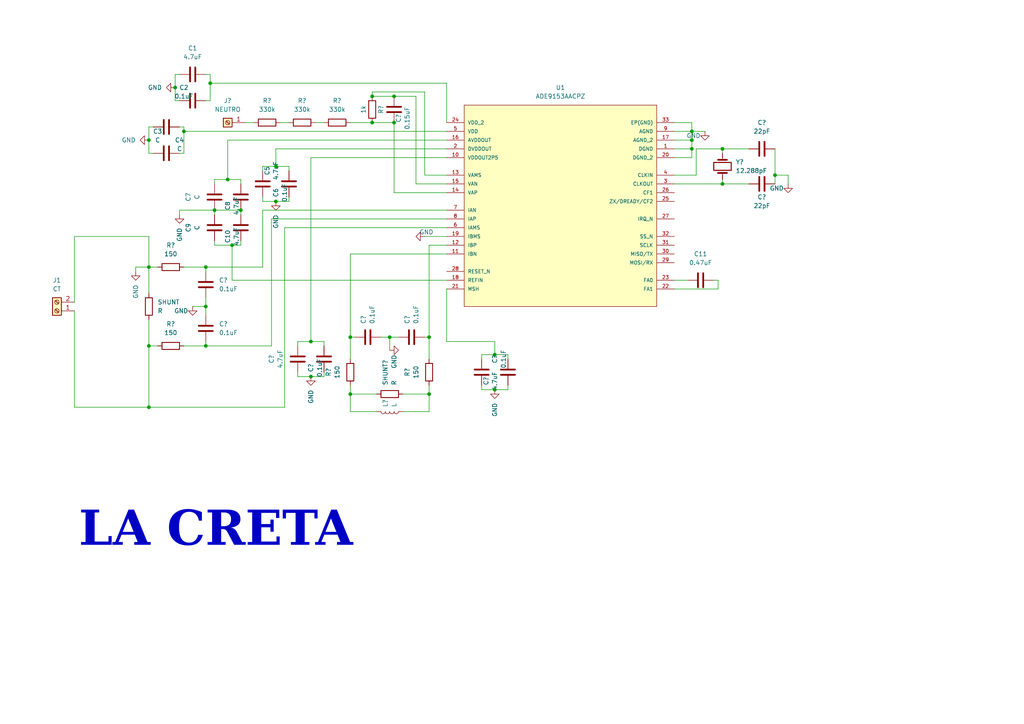
<source format=kicad_sch>
(kicad_sch (version 20230121) (generator eeschema)

  (uuid 7658eab6-f6c6-4951-b426-690324e1d0d0)

  (paper "A4")

  (lib_symbols
    (symbol "ADE9153AACPZ:ADE9153AACPZ" (pin_names (offset 1.016)) (in_bom yes) (on_board yes)
      (property "Reference" "U" (at 30.8356 9.1186 0)
        (effects (font (size 1.27 1.27)) (justify left bottom))
      )
      (property "Value" "ADE9153AACPZ" (at 30.2006 6.5786 0)
        (effects (font (size 1.27 1.27)) (justify left bottom))
      )
      (property "Footprint" "ADE9153AACPZ:QFN50P500X500X80-33N" (at 0 0 0)
        (effects (font (size 1.27 1.27)) (justify bottom) hide)
      )
      (property "Datasheet" "" (at 0 0 0)
        (effects (font (size 1.27 1.27)) hide)
      )
      (property "MF" "Analog Devices" (at 0 0 0)
        (effects (font (size 1.27 1.27)) (justify bottom) hide)
      )
      (property "DESCRIPTION" "1 PH MTR IC W/AUTO CALIBRATION" (at 0 0 0)
        (effects (font (size 1.27 1.27)) (justify bottom) hide)
      )
      (property "MANUFACTURER_PN" "ADE9153AACPZ" (at 0 0 0)
        (effects (font (size 1.27 1.27)) (justify bottom) hide)
      )
      (property "Price" "None" (at 0 0 0)
        (effects (font (size 1.27 1.27)) (justify bottom) hide)
      )
      (property "Package" "LFCSP -32 Analog Devices" (at 0 0 0)
        (effects (font (size 1.27 1.27)) (justify bottom) hide)
      )
      (property "Check_prices" "https://www.snapeda.com/parts/ADE9153AACPZ/Analog+Devices/view-part/?ref=eda" (at 0 0 0)
        (effects (font (size 1.27 1.27)) (justify bottom) hide)
      )
      (property "VALUE" "" (at 0 0 0)
        (effects (font (size 1.27 1.27)) (justify bottom) hide)
      )
      (property "Description" "\nEnergy Metering IC with Autocalibration\n" (at 0 0 0)
        (effects (font (size 1.27 1.27)) (justify bottom) hide)
      )
      (property "SnapEDA_Link" "https://www.snapeda.com/parts/ADE9153AACPZ/Analog+Devices/view-part/?ref=snap" (at 0 0 0)
        (effects (font (size 1.27 1.27)) (justify bottom) hide)
      )
      (property "MP" "ADE9153AACPZ" (at 0 0 0)
        (effects (font (size 1.27 1.27)) (justify bottom) hide)
      )
      (property "Purchase-URL" "https://www.snapeda.com/api/url_track_click_mouser/?unipart_id=3119296&manufacturer=Analog Devices&part_name=ADE9153AACPZ&search_term=ade9153a" (at 0 0 0)
        (effects (font (size 1.27 1.27)) (justify bottom) hide)
      )
      (property "DIGIKEY" "ADE9153AACPZ-ND" (at 0 0 0)
        (effects (font (size 1.27 1.27)) (justify bottom) hide)
      )
      (property "Availability" "In Stock" (at 0 0 0)
        (effects (font (size 1.27 1.27)) (justify bottom) hide)
      )
      (property "MANUFACTURER" "Analog Devices Inc." (at 0 0 0)
        (effects (font (size 1.27 1.27)) (justify bottom) hide)
      )
      (symbol "ADE9153AACPZ_0_0"
        (rectangle (start 7.62 -53.34) (end 63.5 5.08)
          (stroke (width 0.1524) (type default))
          (fill (type background))
        )
        (pin passive line (at 68.58 -7.62 180) (length 5.08)
          (name "DGND" (effects (font (size 1.016 1.016))))
          (number "1" (effects (font (size 1.016 1.016))))
        )
        (pin passive line (at 2.54 -10.16 0) (length 5.08)
          (name "VDDOUT2P5" (effects (font (size 1.016 1.016))))
          (number "10" (effects (font (size 1.016 1.016))))
        )
        (pin passive line (at 2.54 -38.1 0) (length 5.08)
          (name "IBN" (effects (font (size 1.016 1.016))))
          (number "11" (effects (font (size 1.016 1.016))))
        )
        (pin passive line (at 2.54 -35.56 0) (length 5.08)
          (name "IBP" (effects (font (size 1.016 1.016))))
          (number "12" (effects (font (size 1.016 1.016))))
        )
        (pin passive line (at 2.54 -15.24 0) (length 5.08)
          (name "VAMS" (effects (font (size 1.016 1.016))))
          (number "13" (effects (font (size 1.016 1.016))))
        )
        (pin passive line (at 2.54 -20.32 0) (length 5.08)
          (name "VAP" (effects (font (size 1.016 1.016))))
          (number "14" (effects (font (size 1.016 1.016))))
        )
        (pin passive line (at 2.54 -17.78 0) (length 5.08)
          (name "VAN" (effects (font (size 1.016 1.016))))
          (number "15" (effects (font (size 1.016 1.016))))
        )
        (pin passive line (at 2.54 -5.08 0) (length 5.08)
          (name "AVDDOUT" (effects (font (size 1.016 1.016))))
          (number "16" (effects (font (size 1.016 1.016))))
        )
        (pin passive line (at 68.58 -5.08 180) (length 5.08)
          (name "AGND_2" (effects (font (size 1.016 1.016))))
          (number "17" (effects (font (size 1.016 1.016))))
        )
        (pin passive line (at 2.54 -45.72 0) (length 5.08)
          (name "REFIN" (effects (font (size 1.016 1.016))))
          (number "18" (effects (font (size 1.016 1.016))))
        )
        (pin passive line (at 2.54 -33.02 0) (length 5.08)
          (name "IBMS" (effects (font (size 1.016 1.016))))
          (number "19" (effects (font (size 1.016 1.016))))
        )
        (pin passive line (at 2.54 -7.62 0) (length 5.08)
          (name "DVDDOUT" (effects (font (size 1.016 1.016))))
          (number "2" (effects (font (size 1.016 1.016))))
        )
        (pin passive line (at 68.58 -10.16 180) (length 5.08)
          (name "DGND_2" (effects (font (size 1.016 1.016))))
          (number "20" (effects (font (size 1.016 1.016))))
        )
        (pin passive line (at 2.54 -48.26 0) (length 5.08)
          (name "MSH" (effects (font (size 1.016 1.016))))
          (number "21" (effects (font (size 1.016 1.016))))
        )
        (pin passive line (at 68.58 -48.26 180) (length 5.08)
          (name "FA1" (effects (font (size 1.016 1.016))))
          (number "22" (effects (font (size 1.016 1.016))))
        )
        (pin passive line (at 68.58 -45.72 180) (length 5.08)
          (name "FA0" (effects (font (size 1.016 1.016))))
          (number "23" (effects (font (size 1.016 1.016))))
        )
        (pin passive line (at 2.54 0 0) (length 5.08)
          (name "VDD_2" (effects (font (size 1.016 1.016))))
          (number "24" (effects (font (size 1.016 1.016))))
        )
        (pin passive line (at 68.58 -22.86 180) (length 5.08)
          (name "ZX/DREADY/CF2" (effects (font (size 1.016 1.016))))
          (number "25" (effects (font (size 1.016 1.016))))
        )
        (pin passive line (at 68.58 -20.32 180) (length 5.08)
          (name "CF1" (effects (font (size 1.016 1.016))))
          (number "26" (effects (font (size 1.016 1.016))))
        )
        (pin passive line (at 68.58 -27.94 180) (length 5.08)
          (name "IRQ_N" (effects (font (size 1.016 1.016))))
          (number "27" (effects (font (size 1.016 1.016))))
        )
        (pin passive line (at 2.54 -43.18 0) (length 5.08)
          (name "RESET_N" (effects (font (size 1.016 1.016))))
          (number "28" (effects (font (size 1.016 1.016))))
        )
        (pin passive line (at 68.58 -40.64 180) (length 5.08)
          (name "MOSI/RX" (effects (font (size 1.016 1.016))))
          (number "29" (effects (font (size 1.016 1.016))))
        )
        (pin passive line (at 68.58 -17.78 180) (length 5.08)
          (name "CLKOUT" (effects (font (size 1.016 1.016))))
          (number "3" (effects (font (size 1.016 1.016))))
        )
        (pin passive line (at 68.58 -38.1 180) (length 5.08)
          (name "MISO/TX" (effects (font (size 1.016 1.016))))
          (number "30" (effects (font (size 1.016 1.016))))
        )
        (pin passive line (at 68.58 -35.56 180) (length 5.08)
          (name "SCLK" (effects (font (size 1.016 1.016))))
          (number "31" (effects (font (size 1.016 1.016))))
        )
        (pin passive line (at 68.58 -33.02 180) (length 5.08)
          (name "SS_N" (effects (font (size 1.016 1.016))))
          (number "32" (effects (font (size 1.016 1.016))))
        )
        (pin passive line (at 68.58 0 180) (length 5.08)
          (name "EP(GND)" (effects (font (size 1.016 1.016))))
          (number "33" (effects (font (size 1.016 1.016))))
        )
        (pin passive line (at 68.58 -15.24 180) (length 5.08)
          (name "CLKIN" (effects (font (size 1.016 1.016))))
          (number "4" (effects (font (size 1.016 1.016))))
        )
        (pin passive line (at 2.54 -2.54 0) (length 5.08)
          (name "VDD" (effects (font (size 1.016 1.016))))
          (number "5" (effects (font (size 1.016 1.016))))
        )
        (pin passive line (at 2.54 -30.48 0) (length 5.08)
          (name "IAMS" (effects (font (size 1.016 1.016))))
          (number "6" (effects (font (size 1.016 1.016))))
        )
        (pin passive line (at 2.54 -25.4 0) (length 5.08)
          (name "IAN" (effects (font (size 1.016 1.016))))
          (number "7" (effects (font (size 1.016 1.016))))
        )
        (pin passive line (at 2.54 -27.94 0) (length 5.08)
          (name "IAP" (effects (font (size 1.016 1.016))))
          (number "8" (effects (font (size 1.016 1.016))))
        )
        (pin passive line (at 68.58 -2.54 180) (length 5.08)
          (name "AGND" (effects (font (size 1.016 1.016))))
          (number "9" (effects (font (size 1.016 1.016))))
        )
      )
    )
    (symbol "Connector:Screw_Terminal_01x01" (pin_names (offset 1.016) hide) (in_bom yes) (on_board yes)
      (property "Reference" "J" (at 0 2.54 0)
        (effects (font (size 1.27 1.27)))
      )
      (property "Value" "Screw_Terminal_01x01" (at 0 -2.54 0)
        (effects (font (size 1.27 1.27)))
      )
      (property "Footprint" "" (at 0 0 0)
        (effects (font (size 1.27 1.27)) hide)
      )
      (property "Datasheet" "~" (at 0 0 0)
        (effects (font (size 1.27 1.27)) hide)
      )
      (property "ki_keywords" "screw terminal" (at 0 0 0)
        (effects (font (size 1.27 1.27)) hide)
      )
      (property "ki_description" "Generic screw terminal, single row, 01x01, script generated (kicad-library-utils/schlib/autogen/connector/)" (at 0 0 0)
        (effects (font (size 1.27 1.27)) hide)
      )
      (property "ki_fp_filters" "TerminalBlock*:*" (at 0 0 0)
        (effects (font (size 1.27 1.27)) hide)
      )
      (symbol "Screw_Terminal_01x01_1_1"
        (rectangle (start -1.27 1.27) (end 1.27 -1.27)
          (stroke (width 0.254) (type default))
          (fill (type background))
        )
        (polyline
          (pts
            (xy -0.5334 0.3302)
            (xy 0.3302 -0.508)
          )
          (stroke (width 0.1524) (type default))
          (fill (type none))
        )
        (polyline
          (pts
            (xy -0.3556 0.508)
            (xy 0.508 -0.3302)
          )
          (stroke (width 0.1524) (type default))
          (fill (type none))
        )
        (circle (center 0 0) (radius 0.635)
          (stroke (width 0.1524) (type default))
          (fill (type none))
        )
        (pin passive line (at -5.08 0 0) (length 3.81)
          (name "Pin_1" (effects (font (size 1.27 1.27))))
          (number "1" (effects (font (size 1.27 1.27))))
        )
      )
    )
    (symbol "Connector:Screw_Terminal_01x02" (pin_names (offset 1.016) hide) (in_bom yes) (on_board yes)
      (property "Reference" "J" (at 0 2.54 0)
        (effects (font (size 1.27 1.27)))
      )
      (property "Value" "Screw_Terminal_01x02" (at 0 -5.08 0)
        (effects (font (size 1.27 1.27)))
      )
      (property "Footprint" "" (at 0 0 0)
        (effects (font (size 1.27 1.27)) hide)
      )
      (property "Datasheet" "~" (at 0 0 0)
        (effects (font (size 1.27 1.27)) hide)
      )
      (property "ki_keywords" "screw terminal" (at 0 0 0)
        (effects (font (size 1.27 1.27)) hide)
      )
      (property "ki_description" "Generic screw terminal, single row, 01x02, script generated (kicad-library-utils/schlib/autogen/connector/)" (at 0 0 0)
        (effects (font (size 1.27 1.27)) hide)
      )
      (property "ki_fp_filters" "TerminalBlock*:*" (at 0 0 0)
        (effects (font (size 1.27 1.27)) hide)
      )
      (symbol "Screw_Terminal_01x02_1_1"
        (rectangle (start -1.27 1.27) (end 1.27 -3.81)
          (stroke (width 0.254) (type default))
          (fill (type background))
        )
        (circle (center 0 -2.54) (radius 0.635)
          (stroke (width 0.1524) (type default))
          (fill (type none))
        )
        (polyline
          (pts
            (xy -0.5334 -2.2098)
            (xy 0.3302 -3.048)
          )
          (stroke (width 0.1524) (type default))
          (fill (type none))
        )
        (polyline
          (pts
            (xy -0.5334 0.3302)
            (xy 0.3302 -0.508)
          )
          (stroke (width 0.1524) (type default))
          (fill (type none))
        )
        (polyline
          (pts
            (xy -0.3556 -2.032)
            (xy 0.508 -2.8702)
          )
          (stroke (width 0.1524) (type default))
          (fill (type none))
        )
        (polyline
          (pts
            (xy -0.3556 0.508)
            (xy 0.508 -0.3302)
          )
          (stroke (width 0.1524) (type default))
          (fill (type none))
        )
        (circle (center 0 0) (radius 0.635)
          (stroke (width 0.1524) (type default))
          (fill (type none))
        )
        (pin passive line (at -5.08 0 0) (length 3.81)
          (name "Pin_1" (effects (font (size 1.27 1.27))))
          (number "1" (effects (font (size 1.27 1.27))))
        )
        (pin passive line (at -5.08 -2.54 0) (length 3.81)
          (name "Pin_2" (effects (font (size 1.27 1.27))))
          (number "2" (effects (font (size 1.27 1.27))))
        )
      )
    )
    (symbol "Device:C" (pin_numbers hide) (pin_names (offset 0.254)) (in_bom yes) (on_board yes)
      (property "Reference" "C" (at 0.635 2.54 0)
        (effects (font (size 1.27 1.27)) (justify left))
      )
      (property "Value" "C" (at 0.635 -2.54 0)
        (effects (font (size 1.27 1.27)) (justify left))
      )
      (property "Footprint" "" (at 0.9652 -3.81 0)
        (effects (font (size 1.27 1.27)) hide)
      )
      (property "Datasheet" "~" (at 0 0 0)
        (effects (font (size 1.27 1.27)) hide)
      )
      (property "ki_keywords" "cap capacitor" (at 0 0 0)
        (effects (font (size 1.27 1.27)) hide)
      )
      (property "ki_description" "Unpolarized capacitor" (at 0 0 0)
        (effects (font (size 1.27 1.27)) hide)
      )
      (property "ki_fp_filters" "C_*" (at 0 0 0)
        (effects (font (size 1.27 1.27)) hide)
      )
      (symbol "C_0_1"
        (polyline
          (pts
            (xy -2.032 -0.762)
            (xy 2.032 -0.762)
          )
          (stroke (width 0.508) (type default))
          (fill (type none))
        )
        (polyline
          (pts
            (xy -2.032 0.762)
            (xy 2.032 0.762)
          )
          (stroke (width 0.508) (type default))
          (fill (type none))
        )
      )
      (symbol "C_1_1"
        (pin passive line (at 0 3.81 270) (length 2.794)
          (name "~" (effects (font (size 1.27 1.27))))
          (number "1" (effects (font (size 1.27 1.27))))
        )
        (pin passive line (at 0 -3.81 90) (length 2.794)
          (name "~" (effects (font (size 1.27 1.27))))
          (number "2" (effects (font (size 1.27 1.27))))
        )
      )
    )
    (symbol "Device:Crystal" (pin_numbers hide) (pin_names (offset 1.016) hide) (in_bom yes) (on_board yes)
      (property "Reference" "Y" (at 0 3.81 0)
        (effects (font (size 1.27 1.27)))
      )
      (property "Value" "Crystal" (at 0 -3.81 0)
        (effects (font (size 1.27 1.27)))
      )
      (property "Footprint" "" (at 0 0 0)
        (effects (font (size 1.27 1.27)) hide)
      )
      (property "Datasheet" "~" (at 0 0 0)
        (effects (font (size 1.27 1.27)) hide)
      )
      (property "ki_keywords" "quartz ceramic resonator oscillator" (at 0 0 0)
        (effects (font (size 1.27 1.27)) hide)
      )
      (property "ki_description" "Two pin crystal" (at 0 0 0)
        (effects (font (size 1.27 1.27)) hide)
      )
      (property "ki_fp_filters" "Crystal*" (at 0 0 0)
        (effects (font (size 1.27 1.27)) hide)
      )
      (symbol "Crystal_0_1"
        (rectangle (start -1.143 2.54) (end 1.143 -2.54)
          (stroke (width 0.3048) (type default))
          (fill (type none))
        )
        (polyline
          (pts
            (xy -2.54 0)
            (xy -1.905 0)
          )
          (stroke (width 0) (type default))
          (fill (type none))
        )
        (polyline
          (pts
            (xy -1.905 -1.27)
            (xy -1.905 1.27)
          )
          (stroke (width 0.508) (type default))
          (fill (type none))
        )
        (polyline
          (pts
            (xy 1.905 -1.27)
            (xy 1.905 1.27)
          )
          (stroke (width 0.508) (type default))
          (fill (type none))
        )
        (polyline
          (pts
            (xy 2.54 0)
            (xy 1.905 0)
          )
          (stroke (width 0) (type default))
          (fill (type none))
        )
      )
      (symbol "Crystal_1_1"
        (pin passive line (at -3.81 0 0) (length 1.27)
          (name "1" (effects (font (size 1.27 1.27))))
          (number "1" (effects (font (size 1.27 1.27))))
        )
        (pin passive line (at 3.81 0 180) (length 1.27)
          (name "2" (effects (font (size 1.27 1.27))))
          (number "2" (effects (font (size 1.27 1.27))))
        )
      )
    )
    (symbol "Device:L" (pin_numbers hide) (pin_names (offset 1.016) hide) (in_bom yes) (on_board yes)
      (property "Reference" "L" (at -1.27 0 90)
        (effects (font (size 1.27 1.27)))
      )
      (property "Value" "L" (at 1.905 0 90)
        (effects (font (size 1.27 1.27)))
      )
      (property "Footprint" "" (at 0 0 0)
        (effects (font (size 1.27 1.27)) hide)
      )
      (property "Datasheet" "~" (at 0 0 0)
        (effects (font (size 1.27 1.27)) hide)
      )
      (property "ki_keywords" "inductor choke coil reactor magnetic" (at 0 0 0)
        (effects (font (size 1.27 1.27)) hide)
      )
      (property "ki_description" "Inductor" (at 0 0 0)
        (effects (font (size 1.27 1.27)) hide)
      )
      (property "ki_fp_filters" "Choke_* *Coil* Inductor_* L_*" (at 0 0 0)
        (effects (font (size 1.27 1.27)) hide)
      )
      (symbol "L_0_1"
        (arc (start 0 -2.54) (mid 0.6323 -1.905) (end 0 -1.27)
          (stroke (width 0) (type default))
          (fill (type none))
        )
        (arc (start 0 -1.27) (mid 0.6323 -0.635) (end 0 0)
          (stroke (width 0) (type default))
          (fill (type none))
        )
        (arc (start 0 0) (mid 0.6323 0.635) (end 0 1.27)
          (stroke (width 0) (type default))
          (fill (type none))
        )
        (arc (start 0 1.27) (mid 0.6323 1.905) (end 0 2.54)
          (stroke (width 0) (type default))
          (fill (type none))
        )
      )
      (symbol "L_1_1"
        (pin passive line (at 0 3.81 270) (length 1.27)
          (name "1" (effects (font (size 1.27 1.27))))
          (number "1" (effects (font (size 1.27 1.27))))
        )
        (pin passive line (at 0 -3.81 90) (length 1.27)
          (name "2" (effects (font (size 1.27 1.27))))
          (number "2" (effects (font (size 1.27 1.27))))
        )
      )
    )
    (symbol "Device:R" (pin_numbers hide) (pin_names (offset 0)) (in_bom yes) (on_board yes)
      (property "Reference" "R" (at 2.032 0 90)
        (effects (font (size 1.27 1.27)))
      )
      (property "Value" "R" (at 0 0 90)
        (effects (font (size 1.27 1.27)))
      )
      (property "Footprint" "" (at -1.778 0 90)
        (effects (font (size 1.27 1.27)) hide)
      )
      (property "Datasheet" "~" (at 0 0 0)
        (effects (font (size 1.27 1.27)) hide)
      )
      (property "ki_keywords" "R res resistor" (at 0 0 0)
        (effects (font (size 1.27 1.27)) hide)
      )
      (property "ki_description" "Resistor" (at 0 0 0)
        (effects (font (size 1.27 1.27)) hide)
      )
      (property "ki_fp_filters" "R_*" (at 0 0 0)
        (effects (font (size 1.27 1.27)) hide)
      )
      (symbol "R_0_1"
        (rectangle (start -1.016 -2.54) (end 1.016 2.54)
          (stroke (width 0.254) (type default))
          (fill (type none))
        )
      )
      (symbol "R_1_1"
        (pin passive line (at 0 3.81 270) (length 1.27)
          (name "~" (effects (font (size 1.27 1.27))))
          (number "1" (effects (font (size 1.27 1.27))))
        )
        (pin passive line (at 0 -3.81 90) (length 1.27)
          (name "~" (effects (font (size 1.27 1.27))))
          (number "2" (effects (font (size 1.27 1.27))))
        )
      )
    )
    (symbol "power:GND" (power) (pin_names (offset 0)) (in_bom yes) (on_board yes)
      (property "Reference" "#PWR" (at 0 -6.35 0)
        (effects (font (size 1.27 1.27)) hide)
      )
      (property "Value" "GND" (at 0 -3.81 0)
        (effects (font (size 1.27 1.27)))
      )
      (property "Footprint" "" (at 0 0 0)
        (effects (font (size 1.27 1.27)) hide)
      )
      (property "Datasheet" "" (at 0 0 0)
        (effects (font (size 1.27 1.27)) hide)
      )
      (property "ki_keywords" "global power" (at 0 0 0)
        (effects (font (size 1.27 1.27)) hide)
      )
      (property "ki_description" "Power symbol creates a global label with name \"GND\" , ground" (at 0 0 0)
        (effects (font (size 1.27 1.27)) hide)
      )
      (symbol "GND_0_1"
        (polyline
          (pts
            (xy 0 0)
            (xy 0 -1.27)
            (xy 1.27 -1.27)
            (xy 0 -2.54)
            (xy -1.27 -1.27)
            (xy 0 -1.27)
          )
          (stroke (width 0) (type default))
          (fill (type none))
        )
      )
      (symbol "GND_1_1"
        (pin power_in line (at 0 0 270) (length 0) hide
          (name "GND" (effects (font (size 1.27 1.27))))
          (number "1" (effects (font (size 1.27 1.27))))
        )
      )
    )
  )

  (junction (at 200.66 43.18) (diameter 0) (color 0 0 0 0)
    (uuid 04949db1-0d67-4fca-adc3-68bca859c019)
  )
  (junction (at 124.46 114.3) (diameter 0) (color 0 0 0 0)
    (uuid 053a3916-66a0-4d40-90ac-beb5f33006c5)
  )
  (junction (at 59.69 88.9) (diameter 0) (color 0 0 0 0)
    (uuid 1411973d-0969-4a90-b0df-352e239ee5de)
  )
  (junction (at 59.69 77.47) (diameter 0) (color 0 0 0 0)
    (uuid 189083e3-1328-4ed2-a32c-895a60bb4a1d)
  )
  (junction (at 43.18 77.47) (diameter 0) (color 0 0 0 0)
    (uuid 337df1a4-9e7c-4d2a-be2d-71836d09da52)
  )
  (junction (at 107.95 35.56) (diameter 0) (color 0 0 0 0)
    (uuid 3bd405d7-b8bd-4b4e-8249-3d793d043ee0)
  )
  (junction (at 113.03 97.79) (diameter 0) (color 0 0 0 0)
    (uuid 3df6d7f6-cff8-49b8-a5b8-2d2651ab4e94)
  )
  (junction (at 143.51 113.03) (diameter 0) (color 0 0 0 0)
    (uuid 406b4476-b503-41ce-959e-28287ec4549e)
  )
  (junction (at 80.01 58.42) (diameter 0) (color 0 0 0 0)
    (uuid 50097c2e-e864-423c-a9e7-a7202727f9c3)
  )
  (junction (at 43.18 118.11) (diameter 0) (color 0 0 0 0)
    (uuid 5fec5841-aab6-4b16-a164-31d994266603)
  )
  (junction (at 62.23 60.96) (diameter 0) (color 0 0 0 0)
    (uuid 670efda4-981f-424e-a20c-96559617d1d6)
  )
  (junction (at 114.3 35.56) (diameter 0) (color 0 0 0 0)
    (uuid 68a7e01e-8ad0-48a6-a0c8-4b0dbdfd7d10)
  )
  (junction (at 124.46 97.79) (diameter 0) (color 0 0 0 0)
    (uuid 6ff9ad2a-5a6b-49f7-b9f7-e6a7219653ca)
  )
  (junction (at 60.96 24.13) (diameter 0) (color 0 0 0 0)
    (uuid 72623770-d29b-4eb5-b013-8c49e63b213f)
  )
  (junction (at 66.04 52.07) (diameter 0) (color 0 0 0 0)
    (uuid 7d6434c5-91bb-4c79-b7e6-4232ae83917e)
  )
  (junction (at 200.66 38.1) (diameter 0) (color 0 0 0 0)
    (uuid 7ede2ff4-7ace-4951-b320-3080113769ed)
  )
  (junction (at 101.6 97.79) (diameter 0) (color 0 0 0 0)
    (uuid 80defca6-731b-4691-a989-fc0958f55d64)
  )
  (junction (at 143.51 102.87) (diameter 0) (color 0 0 0 0)
    (uuid 9958e4fb-e4b7-4ffc-9973-e964c0220639)
  )
  (junction (at 114.3 27.94) (diameter 0) (color 0 0 0 0)
    (uuid a357ed70-2672-474e-8040-e03ab13cca76)
  )
  (junction (at 200.66 40.64) (diameter 0) (color 0 0 0 0)
    (uuid a890ef03-4dde-46d0-92db-99d0c875e20c)
  )
  (junction (at 43.18 100.33) (diameter 0) (color 0 0 0 0)
    (uuid ad51be36-16c6-43e4-844a-ee8a9820cd47)
  )
  (junction (at 90.17 109.22) (diameter 0) (color 0 0 0 0)
    (uuid ae463c11-43e5-44cf-b5d5-a38e4f84191e)
  )
  (junction (at 69.85 60.96) (diameter 0) (color 0 0 0 0)
    (uuid b95e8043-7a22-4a77-9f83-ee7e42fd541a)
  )
  (junction (at 209.55 43.18) (diameter 0) (color 0 0 0 0)
    (uuid bd6aed07-49ef-4396-9b27-56676ecbe072)
  )
  (junction (at 53.34 38.1) (diameter 0) (color 0 0 0 0)
    (uuid c3fce369-a893-4a65-aec4-798118c85422)
  )
  (junction (at 50.8 25.4) (diameter 0) (color 0 0 0 0)
    (uuid c7fdba3b-4554-43fe-94a8-17b1f4f124b1)
  )
  (junction (at 80.01 48.26) (diameter 0) (color 0 0 0 0)
    (uuid c92f0daa-5f56-457b-8f82-f922866e15c3)
  )
  (junction (at 101.6 114.3) (diameter 0) (color 0 0 0 0)
    (uuid d63e4bda-68bf-4d6d-84e4-41f992fb79f5)
  )
  (junction (at 67.31 71.12) (diameter 0) (color 0 0 0 0)
    (uuid d6c9842c-d681-42bf-ac8f-5b555981e572)
  )
  (junction (at 43.18 40.64) (diameter 0) (color 0 0 0 0)
    (uuid e0b750e5-3ea7-44d9-af52-354bbceb1b7b)
  )
  (junction (at 224.79 50.8) (diameter 0) (color 0 0 0 0)
    (uuid e973075e-a2b0-4c91-ba84-c83f7173d7a5)
  )
  (junction (at 59.69 100.33) (diameter 0) (color 0 0 0 0)
    (uuid f1185bcb-f513-45d8-a9d1-e8d341ee3a2f)
  )
  (junction (at 107.95 27.94) (diameter 0) (color 0 0 0 0)
    (uuid f1d5157d-9f36-405c-bd82-1bb6ae61f004)
  )
  (junction (at 90.17 99.06) (diameter 0) (color 0 0 0 0)
    (uuid f39252a7-f84b-47f1-b183-e10202420dc6)
  )
  (junction (at 209.55 53.34) (diameter 0) (color 0 0 0 0)
    (uuid fd8116c2-2ccf-4a97-8080-855caca81826)
  )

  (wire (pts (xy 66.04 40.64) (xy 66.04 52.07))
    (stroke (width 0) (type default))
    (uuid 02822795-b4db-429a-bc13-7a7a87ed760d)
  )
  (wire (pts (xy 147.32 113.03) (xy 143.51 113.03))
    (stroke (width 0) (type default))
    (uuid 03479cc9-ae78-4bd2-9c2a-7058cce6e7d6)
  )
  (wire (pts (xy 53.34 100.33) (xy 59.69 100.33))
    (stroke (width 0) (type default))
    (uuid 03b3456b-d041-44de-bed3-7574cbedbe41)
  )
  (wire (pts (xy 93.98 109.22) (xy 90.17 109.22))
    (stroke (width 0) (type default))
    (uuid 04cb7238-c16e-4c39-99e6-40e2d58bba66)
  )
  (wire (pts (xy 123.19 26.67) (xy 107.95 26.67))
    (stroke (width 0) (type default))
    (uuid 05675dff-8dc3-4958-a4dd-7ee4ccd1a15e)
  )
  (wire (pts (xy 209.55 52.07) (xy 209.55 53.34))
    (stroke (width 0) (type default))
    (uuid 05882a42-5e2f-4fab-bb45-d4ee0ed1f9c6)
  )
  (wire (pts (xy 101.6 35.56) (xy 107.95 35.56))
    (stroke (width 0) (type default))
    (uuid 07f7727d-7c12-41a4-b20d-3ce5b7878d75)
  )
  (wire (pts (xy 113.03 101.6) (xy 113.03 97.79))
    (stroke (width 0) (type default))
    (uuid 084c305a-efca-4f78-8d4a-4729e06599fc)
  )
  (wire (pts (xy 107.95 26.67) (xy 107.95 27.94))
    (stroke (width 0) (type default))
    (uuid 0a75a344-0aef-47bd-aaa9-6ed06335a4a0)
  )
  (wire (pts (xy 67.31 71.12) (xy 69.85 71.12))
    (stroke (width 0) (type default))
    (uuid 0c129b54-47bb-4d29-a776-31c2b7c2fa26)
  )
  (wire (pts (xy 228.6 53.34) (xy 228.6 50.8))
    (stroke (width 0) (type default))
    (uuid 0cd07a17-056c-4006-b35a-12fede98f2e7)
  )
  (wire (pts (xy 69.85 52.07) (xy 69.85 53.34))
    (stroke (width 0) (type default))
    (uuid 0cd3a6d2-5c5e-4212-80a9-138384a10257)
  )
  (wire (pts (xy 90.17 109.22) (xy 86.36 109.22))
    (stroke (width 0) (type default))
    (uuid 0dfa3019-e71f-45b8-a750-7916fdb8f937)
  )
  (wire (pts (xy 80.01 43.18) (xy 80.01 48.26))
    (stroke (width 0) (type default))
    (uuid 0ee8d7b8-a951-42ee-80cb-bb425dac1f5e)
  )
  (wire (pts (xy 129.54 50.8) (xy 123.19 50.8))
    (stroke (width 0) (type default))
    (uuid 15f71cfd-f582-40bf-b346-85b4f26e12cf)
  )
  (wire (pts (xy 53.34 38.1) (xy 129.54 38.1))
    (stroke (width 0) (type default))
    (uuid 1a068d87-a234-4a91-91fe-cce0e56a4c94)
  )
  (wire (pts (xy 86.36 109.22) (xy 86.36 107.95))
    (stroke (width 0) (type default))
    (uuid 1b4b171c-f5e7-4f3f-884e-8e265eb50f13)
  )
  (wire (pts (xy 59.69 86.36) (xy 59.69 88.9))
    (stroke (width 0) (type default))
    (uuid 1dbdc2a2-f7b4-40ec-90ab-8a224f700e2f)
  )
  (wire (pts (xy 62.23 71.12) (xy 67.31 71.12))
    (stroke (width 0) (type default))
    (uuid 1f245267-77e3-46d0-9623-d65ebd4f04d5)
  )
  (wire (pts (xy 139.7 113.03) (xy 143.51 113.03))
    (stroke (width 0) (type default))
    (uuid 20d9deb1-7882-4768-af74-41ab9054b051)
  )
  (wire (pts (xy 21.59 90.17) (xy 21.59 118.11))
    (stroke (width 0) (type default))
    (uuid 2192e7d1-527e-4c65-a6e6-472ba8c40d10)
  )
  (wire (pts (xy 124.46 119.38) (xy 124.46 114.3))
    (stroke (width 0) (type default))
    (uuid 232b6bfb-f68d-4ffc-8c83-d5a5a7d11b03)
  )
  (wire (pts (xy 139.7 104.14) (xy 139.7 102.87))
    (stroke (width 0) (type default))
    (uuid 23e38ac7-4fc1-4776-a8c3-3ab7c51ebbd4)
  )
  (wire (pts (xy 129.54 40.64) (xy 66.04 40.64))
    (stroke (width 0) (type default))
    (uuid 274fefce-ac68-4863-868b-c404f17f856e)
  )
  (wire (pts (xy 93.98 99.06) (xy 93.98 100.33))
    (stroke (width 0) (type default))
    (uuid 2928933e-fec8-4b49-9a81-7186c090096a)
  )
  (wire (pts (xy 59.69 77.47) (xy 59.69 78.74))
    (stroke (width 0) (type default))
    (uuid 2e9c3025-2fde-44ff-a5fa-7a198708a12d)
  )
  (wire (pts (xy 139.7 113.03) (xy 139.7 111.76))
    (stroke (width 0) (type default))
    (uuid 2f10bcc8-4fba-49d1-aec0-919ec887dae5)
  )
  (wire (pts (xy 62.23 52.07) (xy 66.04 52.07))
    (stroke (width 0) (type default))
    (uuid 2fc95643-e1c0-45f1-9487-77ff76c1e5d5)
  )
  (wire (pts (xy 60.96 29.21) (xy 59.69 29.21))
    (stroke (width 0) (type default))
    (uuid 316fc835-d86b-4517-8899-0544c1a72f5c)
  )
  (wire (pts (xy 195.58 53.34) (xy 209.55 53.34))
    (stroke (width 0) (type default))
    (uuid 33f0ace5-5acb-4acd-aaff-d014ccdea302)
  )
  (wire (pts (xy 101.6 119.38) (xy 101.6 114.3))
    (stroke (width 0) (type default))
    (uuid 34fbf3c9-9f8e-4a7f-8baa-de1a7aa3c9da)
  )
  (wire (pts (xy 90.17 45.72) (xy 90.17 99.06))
    (stroke (width 0) (type default))
    (uuid 37415bf8-e139-46ab-8d0f-889f7081da72)
  )
  (wire (pts (xy 116.84 114.3) (xy 124.46 114.3))
    (stroke (width 0) (type default))
    (uuid 39dbba8d-ca00-4c53-923a-52dfc300e617)
  )
  (wire (pts (xy 43.18 36.83) (xy 43.18 40.64))
    (stroke (width 0) (type default))
    (uuid 39f3f818-20a5-4d8d-b716-291af9df538e)
  )
  (wire (pts (xy 129.54 83.82) (xy 129.54 99.06))
    (stroke (width 0) (type default))
    (uuid 3a00eaf4-0682-427d-902b-7da3517c02e6)
  )
  (wire (pts (xy 195.58 83.82) (xy 208.28 83.82))
    (stroke (width 0) (type default))
    (uuid 3c5ad18d-ce74-4c74-bc89-92567dad08c4)
  )
  (wire (pts (xy 76.2 49.53) (xy 76.2 48.26))
    (stroke (width 0) (type default))
    (uuid 3fae9bb3-ce76-4ff3-a70c-6b4fea3aa504)
  )
  (wire (pts (xy 60.96 21.59) (xy 60.96 24.13))
    (stroke (width 0) (type default))
    (uuid 3ff69e3c-424f-408c-8870-5b4b991563c6)
  )
  (wire (pts (xy 69.85 60.96) (xy 69.85 62.23))
    (stroke (width 0) (type default))
    (uuid 401d75cb-cedb-4eef-9946-e4ab02f350eb)
  )
  (wire (pts (xy 201.93 43.18) (xy 209.55 43.18))
    (stroke (width 0) (type default))
    (uuid 438b4fe8-3088-4e1a-8a37-6118a7805db6)
  )
  (wire (pts (xy 208.28 83.82) (xy 208.28 81.28))
    (stroke (width 0) (type default))
    (uuid 43e574dd-31e5-45f7-8b55-b6cf024e73bc)
  )
  (wire (pts (xy 52.07 29.21) (xy 50.8 29.21))
    (stroke (width 0) (type default))
    (uuid 44fa1302-42c5-4c8c-8bc2-95b1a7da86fd)
  )
  (wire (pts (xy 139.7 102.87) (xy 143.51 102.87))
    (stroke (width 0) (type default))
    (uuid 45317258-a238-41d5-b424-33c3b7184496)
  )
  (wire (pts (xy 124.46 71.12) (xy 124.46 97.79))
    (stroke (width 0) (type default))
    (uuid 4657b999-9b90-4535-9cf5-1e48d1ebb5ca)
  )
  (wire (pts (xy 78.74 63.5) (xy 78.74 100.33))
    (stroke (width 0) (type default))
    (uuid 4764e939-9876-45f6-abea-0ae2b52ea120)
  )
  (wire (pts (xy 43.18 118.11) (xy 43.18 100.33))
    (stroke (width 0) (type default))
    (uuid 47798b1a-ae75-452f-b04c-f17bb82ea85e)
  )
  (wire (pts (xy 80.01 58.42) (xy 76.2 58.42))
    (stroke (width 0) (type default))
    (uuid 47f6a3a1-21a3-4693-a230-20148fd60ba7)
  )
  (wire (pts (xy 78.74 100.33) (xy 59.69 100.33))
    (stroke (width 0) (type default))
    (uuid 498cec92-74b3-4a0e-a95e-fc3c23fe0a0d)
  )
  (wire (pts (xy 21.59 87.63) (xy 21.59 68.58))
    (stroke (width 0) (type default))
    (uuid 4b43a409-996f-49b9-a45d-dbf6e58c1785)
  )
  (wire (pts (xy 147.32 102.87) (xy 147.32 104.14))
    (stroke (width 0) (type default))
    (uuid 4d4c37ad-a0b7-4cde-9982-62146a96a040)
  )
  (wire (pts (xy 90.17 99.06) (xy 93.98 99.06))
    (stroke (width 0) (type default))
    (uuid 4e23e032-70be-4ba5-a463-ddd787dfc0eb)
  )
  (wire (pts (xy 195.58 35.56) (xy 200.66 35.56))
    (stroke (width 0) (type default))
    (uuid 50c1e84b-184c-4600-b8b4-e54fde4238f1)
  )
  (wire (pts (xy 124.46 97.79) (xy 123.19 97.79))
    (stroke (width 0) (type default))
    (uuid 52574a6e-38a8-469d-898a-59b8b9c52780)
  )
  (wire (pts (xy 107.95 27.94) (xy 114.3 27.94))
    (stroke (width 0) (type default))
    (uuid 5360aa0f-2d8f-4640-ac75-84456524bcd4)
  )
  (wire (pts (xy 123.19 68.58) (xy 129.54 68.58))
    (stroke (width 0) (type default))
    (uuid 53816d4e-a2cc-40c0-9a70-12c5b0667c2a)
  )
  (wire (pts (xy 195.58 81.28) (xy 199.39 81.28))
    (stroke (width 0) (type default))
    (uuid 54208858-d66c-48ea-84eb-2805c7519ed7)
  )
  (wire (pts (xy 43.18 44.45) (xy 43.18 40.64))
    (stroke (width 0) (type default))
    (uuid 5720082c-b262-4268-8dcf-2908e79f2e94)
  )
  (wire (pts (xy 53.34 77.47) (xy 59.69 77.47))
    (stroke (width 0) (type default))
    (uuid 59f76df5-60c3-4368-9099-2f64f8b6e4f9)
  )
  (wire (pts (xy 43.18 77.47) (xy 43.18 85.09))
    (stroke (width 0) (type default))
    (uuid 5f694f9b-2ab7-42e9-8099-e1b67f6a7a28)
  )
  (wire (pts (xy 200.66 35.56) (xy 200.66 38.1))
    (stroke (width 0) (type default))
    (uuid 61877c32-6f85-4cc8-9e75-ff05306776f7)
  )
  (wire (pts (xy 120.65 27.94) (xy 114.3 27.94))
    (stroke (width 0) (type default))
    (uuid 644ec7fd-f52c-4f3f-8eed-b93322fd09e1)
  )
  (wire (pts (xy 83.82 57.15) (xy 83.82 58.42))
    (stroke (width 0) (type default))
    (uuid 65c554c8-979e-49e1-b115-c61697e13eeb)
  )
  (wire (pts (xy 43.18 100.33) (xy 45.72 100.33))
    (stroke (width 0) (type default))
    (uuid 671cae6b-a5f5-45b5-838e-95fb15fb0a3c)
  )
  (wire (pts (xy 200.66 43.18) (xy 200.66 45.72))
    (stroke (width 0) (type default))
    (uuid 676d4082-6f8b-464a-b5fb-61086a0e737e)
  )
  (wire (pts (xy 200.66 38.1) (xy 200.66 40.64))
    (stroke (width 0) (type default))
    (uuid 687c2455-b191-4930-8539-cc49cd56018c)
  )
  (wire (pts (xy 83.82 48.26) (xy 83.82 49.53))
    (stroke (width 0) (type default))
    (uuid 6926fb39-90fc-49cc-a1f0-327e23d1d9c9)
  )
  (wire (pts (xy 86.36 99.06) (xy 90.17 99.06))
    (stroke (width 0) (type default))
    (uuid 6971519c-b67f-4dc9-98dc-35b4a3fe96e9)
  )
  (wire (pts (xy 109.22 119.38) (xy 101.6 119.38))
    (stroke (width 0) (type default))
    (uuid 6aad7305-b6a1-4535-b5b3-c8e20a992d88)
  )
  (wire (pts (xy 50.8 29.21) (xy 50.8 25.4))
    (stroke (width 0) (type default))
    (uuid 6b418750-cf27-40d3-86f0-37f5579a3b68)
  )
  (wire (pts (xy 62.23 69.85) (xy 62.23 71.12))
    (stroke (width 0) (type default))
    (uuid 6fbb52f9-9462-4c60-90b1-4d281986d6ad)
  )
  (wire (pts (xy 62.23 53.34) (xy 62.23 52.07))
    (stroke (width 0) (type default))
    (uuid 726f618e-ae94-47ac-92f9-c37ebc884d74)
  )
  (wire (pts (xy 21.59 118.11) (xy 43.18 118.11))
    (stroke (width 0) (type default))
    (uuid 72b2b2db-85c3-434f-8aaa-56977a4dbbaa)
  )
  (wire (pts (xy 129.54 73.66) (xy 101.6 73.66))
    (stroke (width 0) (type default))
    (uuid 73864662-93f2-41d4-ba7d-d5ef226ce975)
  )
  (wire (pts (xy 66.04 52.07) (xy 69.85 52.07))
    (stroke (width 0) (type default))
    (uuid 756d3cf2-69f5-4499-a32e-ac769059ce88)
  )
  (wire (pts (xy 81.28 35.56) (xy 83.82 35.56))
    (stroke (width 0) (type default))
    (uuid 79461302-904f-4edb-8994-f43f89e2e746)
  )
  (wire (pts (xy 143.51 102.87) (xy 147.32 102.87))
    (stroke (width 0) (type default))
    (uuid 7b008ffd-5af7-481a-a9f0-2a509e229bda)
  )
  (wire (pts (xy 62.23 60.96) (xy 62.23 62.23))
    (stroke (width 0) (type default))
    (uuid 7cc8bc0c-3175-4246-92a8-314ef88b559b)
  )
  (wire (pts (xy 224.79 50.8) (xy 224.79 53.34))
    (stroke (width 0) (type default))
    (uuid 7fff9b0a-7a34-4b7d-a782-55199d5f1ca1)
  )
  (wire (pts (xy 200.66 45.72) (xy 195.58 45.72))
    (stroke (width 0) (type default))
    (uuid 812f1ee7-50ad-4049-b36c-9077e8402c1a)
  )
  (wire (pts (xy 91.44 35.56) (xy 93.98 35.56))
    (stroke (width 0) (type default))
    (uuid 826045e8-50d2-4429-91c5-855cf3b2d437)
  )
  (wire (pts (xy 101.6 114.3) (xy 109.22 114.3))
    (stroke (width 0) (type default))
    (uuid 8525f3e6-c01c-4f2f-ba53-266362932842)
  )
  (wire (pts (xy 50.8 25.4) (xy 50.8 21.59))
    (stroke (width 0) (type default))
    (uuid 8676c91a-8d78-4378-8462-a0fe8509dced)
  )
  (wire (pts (xy 76.2 58.42) (xy 76.2 57.15))
    (stroke (width 0) (type default))
    (uuid 86fdff7b-66ee-466a-8980-2259866ea4d3)
  )
  (wire (pts (xy 124.46 104.14) (xy 124.46 97.79))
    (stroke (width 0) (type default))
    (uuid 87549cb5-e046-4fb4-8c66-49b98fdc5f12)
  )
  (wire (pts (xy 129.54 66.04) (xy 82.55 66.04))
    (stroke (width 0) (type default))
    (uuid 88aed985-9566-47cc-a46a-d50ac0ed6ec7)
  )
  (wire (pts (xy 43.18 68.58) (xy 43.18 77.47))
    (stroke (width 0) (type default))
    (uuid 88bf8ee2-ecdb-4d56-9c80-19bb53e584f2)
  )
  (wire (pts (xy 224.79 43.18) (xy 224.79 50.8))
    (stroke (width 0) (type default))
    (uuid 89e025a2-f693-4a5d-b8a1-44e665b517e2)
  )
  (wire (pts (xy 76.2 60.96) (xy 129.54 60.96))
    (stroke (width 0) (type default))
    (uuid 8aa2040a-bd1a-4e16-ba33-af72d8c6ddd1)
  )
  (wire (pts (xy 129.54 24.13) (xy 129.54 35.56))
    (stroke (width 0) (type default))
    (uuid 8b55e6ed-6f92-4323-91c3-a6d01f7b4a2d)
  )
  (wire (pts (xy 52.07 62.23) (xy 52.07 60.96))
    (stroke (width 0) (type default))
    (uuid 8ddd9ce8-379f-4a3c-b8fa-6e34bb1aa8aa)
  )
  (wire (pts (xy 53.34 38.1) (xy 53.34 44.45))
    (stroke (width 0) (type default))
    (uuid 8eb2888a-5811-4453-baa3-6ba6e5168f97)
  )
  (wire (pts (xy 52.07 36.83) (xy 53.34 36.83))
    (stroke (width 0) (type default))
    (uuid 90954b1a-c618-4c00-a8ee-6943ee565ab2)
  )
  (wire (pts (xy 21.59 68.58) (xy 43.18 68.58))
    (stroke (width 0) (type default))
    (uuid 9170eccd-9353-428f-8084-bbee3f8f839d)
  )
  (wire (pts (xy 195.58 43.18) (xy 200.66 43.18))
    (stroke (width 0) (type default))
    (uuid 92555e4f-2547-4ff2-b177-7752cde0dc5f)
  )
  (wire (pts (xy 86.36 100.33) (xy 86.36 99.06))
    (stroke (width 0) (type default))
    (uuid 933547df-679c-4899-8e2b-dfed5c5fcef2)
  )
  (wire (pts (xy 76.2 60.96) (xy 76.2 77.47))
    (stroke (width 0) (type default))
    (uuid 96796915-ba53-48f7-90c7-afc74c4551c6)
  )
  (wire (pts (xy 44.45 44.45) (xy 43.18 44.45))
    (stroke (width 0) (type default))
    (uuid 972fd80a-6bea-4802-b791-5da51a2f0c46)
  )
  (wire (pts (xy 60.96 24.13) (xy 129.54 24.13))
    (stroke (width 0) (type default))
    (uuid 97bfa848-6dfe-44a0-8867-27ba1b043636)
  )
  (wire (pts (xy 107.95 35.56) (xy 114.3 35.56))
    (stroke (width 0) (type default))
    (uuid 9a90b159-d0a9-498b-9221-3af60e6878ce)
  )
  (wire (pts (xy 101.6 114.3) (xy 101.6 111.76))
    (stroke (width 0) (type default))
    (uuid 9b2bc879-44f3-47cf-808f-a92cda57db1f)
  )
  (wire (pts (xy 114.3 55.88) (xy 114.3 35.56))
    (stroke (width 0) (type default))
    (uuid a0dec05f-fc44-4a3f-b827-92214a884962)
  )
  (wire (pts (xy 83.82 58.42) (xy 80.01 58.42))
    (stroke (width 0) (type default))
    (uuid a1b30018-ded9-48f4-aa49-bc51b4b5de9b)
  )
  (wire (pts (xy 101.6 73.66) (xy 101.6 97.79))
    (stroke (width 0) (type default))
    (uuid a2fd4548-6421-477e-b3a3-9f55a21ab334)
  )
  (wire (pts (xy 123.19 50.8) (xy 123.19 26.67))
    (stroke (width 0) (type default))
    (uuid aa1efcea-252e-452a-ba2a-155ede23e93a)
  )
  (wire (pts (xy 80.01 43.18) (xy 129.54 43.18))
    (stroke (width 0) (type default))
    (uuid ac121b87-8ab9-4f9d-8f82-93167683086e)
  )
  (wire (pts (xy 60.96 24.13) (xy 60.96 29.21))
    (stroke (width 0) (type default))
    (uuid af4e82de-2224-4253-ac5b-66f28b312ad9)
  )
  (wire (pts (xy 80.01 48.26) (xy 83.82 48.26))
    (stroke (width 0) (type default))
    (uuid b082b0c5-b8c3-408c-878b-109c8ff4540e)
  )
  (wire (pts (xy 129.54 45.72) (xy 90.17 45.72))
    (stroke (width 0) (type default))
    (uuid b323be0d-2ba1-44dc-8652-38c976182258)
  )
  (wire (pts (xy 195.58 38.1) (xy 200.66 38.1))
    (stroke (width 0) (type default))
    (uuid b339b34b-1231-44da-9897-3c40f985ae46)
  )
  (wire (pts (xy 209.55 43.18) (xy 217.17 43.18))
    (stroke (width 0) (type default))
    (uuid b3717522-ce50-46e5-8753-531f4e26edde)
  )
  (wire (pts (xy 59.69 21.59) (xy 60.96 21.59))
    (stroke (width 0) (type default))
    (uuid b43e25ea-e329-4929-a79a-4a5926874b5b)
  )
  (wire (pts (xy 195.58 40.64) (xy 200.66 40.64))
    (stroke (width 0) (type default))
    (uuid b5b9c911-6ede-417c-99f9-21ecf3dc7484)
  )
  (wire (pts (xy 43.18 77.47) (xy 45.72 77.47))
    (stroke (width 0) (type default))
    (uuid b5c3727d-cf07-40eb-ada1-5e54a169e420)
  )
  (wire (pts (xy 67.31 81.28) (xy 67.31 71.12))
    (stroke (width 0) (type default))
    (uuid b8b2b7fe-f3dc-4d1f-a559-74ac4d3739a3)
  )
  (wire (pts (xy 129.54 99.06) (xy 143.51 99.06))
    (stroke (width 0) (type default))
    (uuid b9049715-a3ec-43af-88ab-7a740de324a6)
  )
  (wire (pts (xy 116.84 119.38) (xy 124.46 119.38))
    (stroke (width 0) (type default))
    (uuid b98ccade-4377-4a4b-84c1-7e9d3f513d75)
  )
  (wire (pts (xy 59.69 100.33) (xy 59.69 99.06))
    (stroke (width 0) (type default))
    (uuid bd8d25cf-3616-4933-a1fe-f5af080e2b75)
  )
  (wire (pts (xy 101.6 104.14) (xy 101.6 97.79))
    (stroke (width 0) (type default))
    (uuid bdc64bfd-d6ec-4297-9b8f-40fc21af7dcf)
  )
  (wire (pts (xy 113.03 97.79) (xy 115.57 97.79))
    (stroke (width 0) (type default))
    (uuid be3444b7-4a22-47f4-9175-84230372694a)
  )
  (wire (pts (xy 101.6 97.79) (xy 102.87 97.79))
    (stroke (width 0) (type default))
    (uuid c0ef687d-954b-49e9-92aa-f28b278a29ee)
  )
  (wire (pts (xy 69.85 71.12) (xy 69.85 69.85))
    (stroke (width 0) (type default))
    (uuid c35326d0-6138-4cf5-be54-fb22a10d315d)
  )
  (wire (pts (xy 93.98 107.95) (xy 93.98 109.22))
    (stroke (width 0) (type default))
    (uuid c4182ffa-e9c3-4885-9750-6ef69728b5ef)
  )
  (wire (pts (xy 76.2 48.26) (xy 80.01 48.26))
    (stroke (width 0) (type default))
    (uuid c493e3c3-1713-4dd4-b9a3-4f6c8ccddbee)
  )
  (wire (pts (xy 201.93 50.8) (xy 195.58 50.8))
    (stroke (width 0) (type default))
    (uuid c59c460e-113f-484e-b802-54f9f5d88519)
  )
  (wire (pts (xy 224.79 50.8) (xy 228.6 50.8))
    (stroke (width 0) (type default))
    (uuid c66a2b4a-1565-430a-a1b8-b398b9eedbcc)
  )
  (wire (pts (xy 82.55 66.04) (xy 82.55 118.11))
    (stroke (width 0) (type default))
    (uuid c8aaa209-4547-4102-8926-8a4d4c7f87f6)
  )
  (wire (pts (xy 50.8 21.59) (xy 52.07 21.59))
    (stroke (width 0) (type default))
    (uuid c8dca584-6b0c-4a51-ab1d-a79822e451a7)
  )
  (wire (pts (xy 208.28 81.28) (xy 207.01 81.28))
    (stroke (width 0) (type default))
    (uuid c99e6571-25f2-49a9-8cc8-029f7626518a)
  )
  (wire (pts (xy 52.07 60.96) (xy 62.23 60.96))
    (stroke (width 0) (type default))
    (uuid ccc5f5ec-b89c-4201-b0aa-082d199a5d56)
  )
  (wire (pts (xy 124.46 114.3) (xy 124.46 111.76))
    (stroke (width 0) (type default))
    (uuid cdff4202-f6fe-4d4d-a7f1-a964df319217)
  )
  (wire (pts (xy 201.93 43.18) (xy 201.93 50.8))
    (stroke (width 0) (type default))
    (uuid cea77d76-bf9c-4294-8726-9670b5352c02)
  )
  (wire (pts (xy 129.54 53.34) (xy 120.65 53.34))
    (stroke (width 0) (type default))
    (uuid cfdb091c-c490-42af-80a0-019c166f1aae)
  )
  (wire (pts (xy 43.18 36.83) (xy 44.45 36.83))
    (stroke (width 0) (type default))
    (uuid d33078f9-27a9-4de6-850c-ca0d971306b4)
  )
  (wire (pts (xy 39.37 78.74) (xy 39.37 77.47))
    (stroke (width 0) (type default))
    (uuid d5f249c8-fe36-4994-b77b-14fe3db9b10f)
  )
  (wire (pts (xy 120.65 53.34) (xy 120.65 27.94))
    (stroke (width 0) (type default))
    (uuid d6582d73-85ee-4851-ab06-ff26118493e3)
  )
  (wire (pts (xy 43.18 92.71) (xy 43.18 100.33))
    (stroke (width 0) (type default))
    (uuid d8213808-b809-4c42-9504-ad737c0e1cea)
  )
  (wire (pts (xy 76.2 77.47) (xy 59.69 77.47))
    (stroke (width 0) (type default))
    (uuid da6c738b-d13a-4ad0-b4c3-de674fc49eb3)
  )
  (wire (pts (xy 129.54 71.12) (xy 124.46 71.12))
    (stroke (width 0) (type default))
    (uuid daf8306d-586e-4d5f-bd17-959aa6a5d73b)
  )
  (wire (pts (xy 143.51 99.06) (xy 143.51 102.87))
    (stroke (width 0) (type default))
    (uuid db6aa69d-439d-4d9b-8298-bb3e1da2fc04)
  )
  (wire (pts (xy 59.69 88.9) (xy 59.69 91.44))
    (stroke (width 0) (type default))
    (uuid dcdbf4da-1788-47ea-acd9-7b4a2981bd6c)
  )
  (wire (pts (xy 209.55 53.34) (xy 217.17 53.34))
    (stroke (width 0) (type default))
    (uuid df4c0a40-743f-4f3e-956e-3b900f178d0c)
  )
  (wire (pts (xy 71.12 35.56) (xy 73.66 35.56))
    (stroke (width 0) (type default))
    (uuid e1161272-223f-449a-852f-a69fdd2c9307)
  )
  (wire (pts (xy 62.23 60.96) (xy 69.85 60.96))
    (stroke (width 0) (type default))
    (uuid e2b582a9-1f18-47c5-98f6-86fe3ae61639)
  )
  (wire (pts (xy 39.37 77.47) (xy 43.18 77.47))
    (stroke (width 0) (type default))
    (uuid e3486257-91d8-465e-9a8d-a9936b94bf25)
  )
  (wire (pts (xy 129.54 63.5) (xy 78.74 63.5))
    (stroke (width 0) (type default))
    (uuid e604953d-7c82-41ed-917b-5e7d287435d2)
  )
  (wire (pts (xy 53.34 44.45) (xy 52.07 44.45))
    (stroke (width 0) (type default))
    (uuid e703ebb0-a005-4ef1-bb18-a0079e85f50a)
  )
  (wire (pts (xy 200.66 40.64) (xy 200.66 43.18))
    (stroke (width 0) (type default))
    (uuid edf4427f-4d0c-4fc2-bbf0-60fe3ea6a659)
  )
  (wire (pts (xy 82.55 118.11) (xy 43.18 118.11))
    (stroke (width 0) (type default))
    (uuid f1d44eee-d8b3-4533-8039-16f43a751991)
  )
  (wire (pts (xy 147.32 111.76) (xy 147.32 113.03))
    (stroke (width 0) (type default))
    (uuid f63664af-77aa-44b8-912c-5a34ade3f732)
  )
  (wire (pts (xy 53.34 36.83) (xy 53.34 38.1))
    (stroke (width 0) (type default))
    (uuid f97583bd-8cfd-446c-910a-69df7e00b7b0)
  )
  (wire (pts (xy 209.55 43.18) (xy 209.55 44.45))
    (stroke (width 0) (type default))
    (uuid fa02d6b2-6b02-4d56-a5fd-cc9d18c245a7)
  )
  (wire (pts (xy 200.66 38.1) (xy 204.47 38.1))
    (stroke (width 0) (type default))
    (uuid fbf656f5-707a-49cb-a0b1-1325c2477f8b)
  )
  (wire (pts (xy 67.31 81.28) (xy 129.54 81.28))
    (stroke (width 0) (type default))
    (uuid fc05dc81-6e00-4020-b198-307419dadf55)
  )
  (wire (pts (xy 110.49 97.79) (xy 113.03 97.79))
    (stroke (width 0) (type default))
    (uuid fd9b229a-2ca5-4c1c-a62d-8d578eeef35f)
  )
  (wire (pts (xy 55.88 88.9) (xy 59.69 88.9))
    (stroke (width 0) (type default))
    (uuid feafa998-183d-485b-9904-81096c10e637)
  )
  (wire (pts (xy 129.54 55.88) (xy 114.3 55.88))
    (stroke (width 0) (type default))
    (uuid fee320fb-9e25-44e1-aeaa-8726da12750d)
  )

  (text "LA CRETA" (at 22.86 162.56 0)
    (effects (font (face "Times New Roman") (size 10 10) (thickness 2) bold) (justify left bottom))
    (uuid a7d5e8dd-e542-42bf-9342-4119568e7051)
  )

  (symbol (lib_id "power:GND") (at 52.07 62.23 0) (unit 1)
    (in_bom yes) (on_board yes) (dnp no) (fields_autoplaced)
    (uuid 01f655c7-33e3-45e3-a791-a8d25ad89531)
    (property "Reference" "#PWR04" (at 52.07 68.58 0)
      (effects (font (size 1.27 1.27)) hide)
    )
    (property "Value" "GND" (at 52.07 66.04 90)
      (effects (font (size 1.27 1.27)) (justify right))
    )
    (property "Footprint" "" (at 52.07 62.23 0)
      (effects (font (size 1.27 1.27)) hide)
    )
    (property "Datasheet" "" (at 52.07 62.23 0)
      (effects (font (size 1.27 1.27)) hide)
    )
    (pin "1" (uuid d8b4b3e9-12e4-44a5-bd35-b04bc20f0b4e))
    (instances
      (project "Electiva"
        (path "/7658eab6-f6c6-4951-b426-690324e1d0d0"
          (reference "#PWR04") (unit 1)
        )
      )
    )
  )

  (symbol (lib_id "Device:C") (at 55.88 21.59 90) (unit 1)
    (in_bom yes) (on_board yes) (dnp no) (fields_autoplaced)
    (uuid 11b5a950-7351-498a-9b4d-652a15791a3f)
    (property "Reference" "C1" (at 55.88 13.97 90)
      (effects (font (size 1.27 1.27)))
    )
    (property "Value" "4.7uF" (at 55.88 16.51 90)
      (effects (font (size 1.27 1.27)))
    )
    (property "Footprint" "" (at 59.69 20.6248 0)
      (effects (font (size 1.27 1.27)) hide)
    )
    (property "Datasheet" "~" (at 55.88 21.59 0)
      (effects (font (size 1.27 1.27)) hide)
    )
    (pin "1" (uuid d8dc3761-ab05-4981-95af-5e997caa7181))
    (pin "2" (uuid 7c8f6b16-36fc-447f-80c4-63fade3f88d8))
    (instances
      (project "Electiva"
        (path "/7658eab6-f6c6-4951-b426-690324e1d0d0"
          (reference "C1") (unit 1)
        )
      )
    )
  )

  (symbol (lib_id "Device:C") (at 59.69 95.25 180) (unit 1)
    (in_bom yes) (on_board yes) (dnp no) (fields_autoplaced)
    (uuid 15bac85c-5e4e-48a7-871a-19ca07fb0ecd)
    (property "Reference" "C?" (at 63.5 93.98 0)
      (effects (font (size 1.27 1.27)) (justify right))
    )
    (property "Value" "0.1uF" (at 63.5 96.52 0)
      (effects (font (size 1.27 1.27)) (justify right))
    )
    (property "Footprint" "" (at 58.7248 91.44 0)
      (effects (font (size 1.27 1.27)) hide)
    )
    (property "Datasheet" "~" (at 59.69 95.25 0)
      (effects (font (size 1.27 1.27)) hide)
    )
    (pin "1" (uuid 6dd46bed-c19c-4ddf-9cbb-eac3beaf5b68))
    (pin "2" (uuid a16fbd05-7f98-41ba-86ef-b2fddf2a7495))
    (instances
      (project "Electiva"
        (path "/7658eab6-f6c6-4951-b426-690324e1d0d0"
          (reference "C?") (unit 1)
        )
      )
    )
  )

  (symbol (lib_id "Device:R") (at 87.63 35.56 270) (unit 1)
    (in_bom yes) (on_board yes) (dnp no) (fields_autoplaced)
    (uuid 20471278-34fa-454e-979a-0ddbddc84116)
    (property "Reference" "R?" (at 87.63 29.21 90)
      (effects (font (size 1.27 1.27)))
    )
    (property "Value" "330k" (at 87.63 31.75 90)
      (effects (font (size 1.27 1.27)))
    )
    (property "Footprint" "" (at 87.63 33.782 90)
      (effects (font (size 1.27 1.27)) hide)
    )
    (property "Datasheet" "~" (at 87.63 35.56 0)
      (effects (font (size 1.27 1.27)) hide)
    )
    (pin "1" (uuid 5c3123a1-4ed3-4d3d-9dda-dc83ac9b07d3))
    (pin "2" (uuid b4f40939-9f96-4c04-99b6-8c24d507b7f7))
    (instances
      (project "Electiva"
        (path "/7658eab6-f6c6-4951-b426-690324e1d0d0"
          (reference "R?") (unit 1)
        )
      )
    )
  )

  (symbol (lib_id "Device:C") (at 69.85 66.04 180) (unit 1)
    (in_bom yes) (on_board yes) (dnp no)
    (uuid 252a4192-5541-4bab-8226-a210ee50602b)
    (property "Reference" "C10" (at 66.04 68.58 90)
      (effects (font (size 1.27 1.27)))
    )
    (property "Value" "4.7uF" (at 68.58 68.58 90)
      (effects (font (size 1.27 1.27)))
    )
    (property "Footprint" "" (at 68.8848 62.23 0)
      (effects (font (size 1.27 1.27)) hide)
    )
    (property "Datasheet" "~" (at 69.85 66.04 0)
      (effects (font (size 1.27 1.27)) hide)
    )
    (pin "1" (uuid c1adec7d-5b4e-4451-89d6-2e7f35eadda1))
    (pin "2" (uuid fa78d66c-3a64-4363-aee2-70dba3a3e473))
    (instances
      (project "Electiva"
        (path "/7658eab6-f6c6-4951-b426-690324e1d0d0"
          (reference "C10") (unit 1)
        )
      )
    )
  )

  (symbol (lib_id "Device:C") (at 48.26 44.45 90) (unit 1)
    (in_bom yes) (on_board yes) (dnp no)
    (uuid 26bc5443-5cea-4cce-83a1-1fd04ceb53e7)
    (property "Reference" "C4" (at 52.07 40.64 90)
      (effects (font (size 1.27 1.27)))
    )
    (property "Value" "C" (at 52.07 43.18 90)
      (effects (font (size 1.27 1.27)))
    )
    (property "Footprint" "" (at 52.07 43.4848 0)
      (effects (font (size 1.27 1.27)) hide)
    )
    (property "Datasheet" "~" (at 48.26 44.45 0)
      (effects (font (size 1.27 1.27)) hide)
    )
    (pin "1" (uuid c9f6d20b-197a-4e29-93e2-dd2b37e35b73))
    (pin "2" (uuid fa4b1d14-f290-449d-9fbe-7a20c9deb76b))
    (instances
      (project "Electiva"
        (path "/7658eab6-f6c6-4951-b426-690324e1d0d0"
          (reference "C4") (unit 1)
        )
      )
    )
  )

  (symbol (lib_id "Device:R") (at 107.95 31.75 180) (unit 1)
    (in_bom yes) (on_board yes) (dnp no)
    (uuid 2ce9cdc2-a058-46b0-b994-58f5dd3dbfb6)
    (property "Reference" "R?" (at 110.49 31.75 90)
      (effects (font (size 1.27 1.27)))
    )
    (property "Value" "1k" (at 105.41 31.75 90)
      (effects (font (size 1.27 1.27)))
    )
    (property "Footprint" "" (at 109.728 31.75 90)
      (effects (font (size 1.27 1.27)) hide)
    )
    (property "Datasheet" "~" (at 107.95 31.75 0)
      (effects (font (size 1.27 1.27)) hide)
    )
    (pin "1" (uuid f2202490-fd91-45e9-8bbc-68d8e10632ac))
    (pin "2" (uuid 4c2e2fe8-b6a9-4e4f-9109-13eab1133fc1))
    (instances
      (project "Electiva"
        (path "/7658eab6-f6c6-4951-b426-690324e1d0d0"
          (reference "R?") (unit 1)
        )
      )
    )
  )

  (symbol (lib_id "power:GND") (at 39.37 78.74 0) (unit 1)
    (in_bom yes) (on_board yes) (dnp no) (fields_autoplaced)
    (uuid 3a620692-84e4-410f-951d-40665850d687)
    (property "Reference" "#PWR06" (at 39.37 85.09 0)
      (effects (font (size 1.27 1.27)) hide)
    )
    (property "Value" "GND" (at 39.37 82.55 90)
      (effects (font (size 1.27 1.27)) (justify right))
    )
    (property "Footprint" "" (at 39.37 78.74 0)
      (effects (font (size 1.27 1.27)) hide)
    )
    (property "Datasheet" "" (at 39.37 78.74 0)
      (effects (font (size 1.27 1.27)) hide)
    )
    (pin "1" (uuid 6d877ac4-1380-4e3c-a904-cb2aba80956f))
    (instances
      (project "Electiva"
        (path "/7658eab6-f6c6-4951-b426-690324e1d0d0"
          (reference "#PWR06") (unit 1)
        )
      )
    )
  )

  (symbol (lib_id "power:GND") (at 55.88 88.9 0) (unit 1)
    (in_bom yes) (on_board yes) (dnp no)
    (uuid 3b1849f0-8e62-4c7f-91fb-bfb3f001d45d)
    (property "Reference" "#PWR05" (at 55.88 95.25 0)
      (effects (font (size 1.27 1.27)) hide)
    )
    (property "Value" "GND" (at 54.61 90.17 0)
      (effects (font (size 1.27 1.27)) (justify right))
    )
    (property "Footprint" "" (at 55.88 88.9 0)
      (effects (font (size 1.27 1.27)) hide)
    )
    (property "Datasheet" "" (at 55.88 88.9 0)
      (effects (font (size 1.27 1.27)) hide)
    )
    (pin "1" (uuid 6b88f5a4-2df3-4b33-adf9-85d7bededbd0))
    (instances
      (project "Electiva"
        (path "/7658eab6-f6c6-4951-b426-690324e1d0d0"
          (reference "#PWR05") (unit 1)
        )
      )
    )
  )

  (symbol (lib_id "power:GND") (at 80.01 58.42 0) (unit 1)
    (in_bom yes) (on_board yes) (dnp no) (fields_autoplaced)
    (uuid 3d27a786-59ed-4fca-974b-2236472a44fe)
    (property "Reference" "#PWR03" (at 80.01 64.77 0)
      (effects (font (size 1.27 1.27)) hide)
    )
    (property "Value" "GND" (at 80.01 62.23 90)
      (effects (font (size 1.27 1.27)) (justify right))
    )
    (property "Footprint" "" (at 80.01 58.42 0)
      (effects (font (size 1.27 1.27)) hide)
    )
    (property "Datasheet" "" (at 80.01 58.42 0)
      (effects (font (size 1.27 1.27)) hide)
    )
    (pin "1" (uuid ba33638d-cf21-4ea4-8e8d-ea4fdf186b58))
    (instances
      (project "Electiva"
        (path "/7658eab6-f6c6-4951-b426-690324e1d0d0"
          (reference "#PWR03") (unit 1)
        )
      )
    )
  )

  (symbol (lib_id "Device:R") (at 77.47 35.56 270) (unit 1)
    (in_bom yes) (on_board yes) (dnp no) (fields_autoplaced)
    (uuid 488168db-5699-4b17-b07d-11e3dfacb5cb)
    (property "Reference" "R?" (at 77.47 29.21 90)
      (effects (font (size 1.27 1.27)))
    )
    (property "Value" "330k" (at 77.47 31.75 90)
      (effects (font (size 1.27 1.27)))
    )
    (property "Footprint" "" (at 77.47 33.782 90)
      (effects (font (size 1.27 1.27)) hide)
    )
    (property "Datasheet" "~" (at 77.47 35.56 0)
      (effects (font (size 1.27 1.27)) hide)
    )
    (pin "1" (uuid 89607556-3565-4726-83ac-cf5c9b486843))
    (pin "2" (uuid 2f7ce995-4403-4bca-8db5-0787818f4f17))
    (instances
      (project "Electiva"
        (path "/7658eab6-f6c6-4951-b426-690324e1d0d0"
          (reference "R?") (unit 1)
        )
      )
    )
  )

  (symbol (lib_id "Device:C") (at 76.2 53.34 180) (unit 1)
    (in_bom yes) (on_board yes) (dnp no)
    (uuid 4c048950-2141-4fd7-bc16-8836020af2f4)
    (property "Reference" "C5" (at 77.47 49.53 90)
      (effects (font (size 1.27 1.27)))
    )
    (property "Value" "4.7uF" (at 80.01 49.53 90)
      (effects (font (size 1.27 1.27)))
    )
    (property "Footprint" "" (at 75.2348 49.53 0)
      (effects (font (size 1.27 1.27)) hide)
    )
    (property "Datasheet" "~" (at 76.2 53.34 0)
      (effects (font (size 1.27 1.27)) hide)
    )
    (pin "1" (uuid 949ee658-f644-483c-9a4d-ea35a1e0610e))
    (pin "2" (uuid 19e241eb-2821-469a-b190-94939c25a3b8))
    (instances
      (project "Electiva"
        (path "/7658eab6-f6c6-4951-b426-690324e1d0d0"
          (reference "C5") (unit 1)
        )
      )
    )
  )

  (symbol (lib_id "Device:C") (at 106.68 97.79 270) (unit 1)
    (in_bom yes) (on_board yes) (dnp no) (fields_autoplaced)
    (uuid 5381bb8b-8239-41f3-84f0-00dd5ef04013)
    (property "Reference" "C?" (at 105.41 93.98 0)
      (effects (font (size 1.27 1.27)) (justify right))
    )
    (property "Value" "0.1uF" (at 107.95 93.98 0)
      (effects (font (size 1.27 1.27)) (justify right))
    )
    (property "Footprint" "" (at 102.87 98.7552 0)
      (effects (font (size 1.27 1.27)) hide)
    )
    (property "Datasheet" "~" (at 106.68 97.79 0)
      (effects (font (size 1.27 1.27)) hide)
    )
    (pin "1" (uuid 6d7e5496-ae22-45c4-b8a4-67e92a345bda))
    (pin "2" (uuid 0d60a60d-300d-43d9-a320-4882b8a64d84))
    (instances
      (project "Electiva"
        (path "/7658eab6-f6c6-4951-b426-690324e1d0d0"
          (reference "C?") (unit 1)
        )
      )
    )
  )

  (symbol (lib_id "Device:C") (at 139.7 107.95 180) (unit 1)
    (in_bom yes) (on_board yes) (dnp no)
    (uuid 538c36de-63f9-4b1e-ad48-6793d9098707)
    (property "Reference" "C?" (at 140.97 110.49 90)
      (effects (font (size 1.27 1.27)))
    )
    (property "Value" "4.7uF" (at 143.51 110.49 90)
      (effects (font (size 1.27 1.27)))
    )
    (property "Footprint" "" (at 138.7348 104.14 0)
      (effects (font (size 1.27 1.27)) hide)
    )
    (property "Datasheet" "~" (at 139.7 107.95 0)
      (effects (font (size 1.27 1.27)) hide)
    )
    (pin "1" (uuid 1ce9ccff-3a31-4fa9-9de5-c3f0aaa7ab6a))
    (pin "2" (uuid 41ee450f-1faa-41ad-b641-13bb957a7595))
    (instances
      (project "Electiva"
        (path "/7658eab6-f6c6-4951-b426-690324e1d0d0"
          (reference "C?") (unit 1)
        )
      )
    )
  )

  (symbol (lib_id "power:GND") (at 143.51 113.03 0) (unit 1)
    (in_bom yes) (on_board yes) (dnp no) (fields_autoplaced)
    (uuid 55decda5-35f4-4fef-97c7-cfa400cf9902)
    (property "Reference" "#PWR011" (at 143.51 119.38 0)
      (effects (font (size 1.27 1.27)) hide)
    )
    (property "Value" "GND" (at 143.51 116.84 90)
      (effects (font (size 1.27 1.27)) (justify right))
    )
    (property "Footprint" "" (at 143.51 113.03 0)
      (effects (font (size 1.27 1.27)) hide)
    )
    (property "Datasheet" "" (at 143.51 113.03 0)
      (effects (font (size 1.27 1.27)) hide)
    )
    (pin "1" (uuid 3fe75989-2190-4885-8f08-0c5e12ed4aa7))
    (instances
      (project "Electiva"
        (path "/7658eab6-f6c6-4951-b426-690324e1d0d0"
          (reference "#PWR011") (unit 1)
        )
      )
    )
  )

  (symbol (lib_id "Device:C") (at 62.23 57.15 180) (unit 1)
    (in_bom yes) (on_board yes) (dnp no) (fields_autoplaced)
    (uuid 562781b4-d1f4-4882-a7e0-39ac09d8d661)
    (property "Reference" "C7" (at 54.61 57.15 90)
      (effects (font (size 1.27 1.27)))
    )
    (property "Value" "C" (at 57.15 57.15 90)
      (effects (font (size 1.27 1.27)))
    )
    (property "Footprint" "" (at 61.2648 53.34 0)
      (effects (font (size 1.27 1.27)) hide)
    )
    (property "Datasheet" "~" (at 62.23 57.15 0)
      (effects (font (size 1.27 1.27)) hide)
    )
    (pin "1" (uuid cf8b11bd-d2fc-4d71-abd3-cfb036ffe692))
    (pin "2" (uuid ab182871-7eef-4ef3-8d58-cd4605f4f2f1))
    (instances
      (project "Electiva"
        (path "/7658eab6-f6c6-4951-b426-690324e1d0d0"
          (reference "C7") (unit 1)
        )
      )
    )
  )

  (symbol (lib_id "power:GND") (at 228.6 53.34 0) (unit 1)
    (in_bom yes) (on_board yes) (dnp no)
    (uuid 5717725d-0869-4dc5-a98c-c9ff07a24355)
    (property "Reference" "#PWR012" (at 228.6 59.69 0)
      (effects (font (size 1.27 1.27)) hide)
    )
    (property "Value" "GND" (at 227.33 54.61 0)
      (effects (font (size 1.27 1.27)) (justify right))
    )
    (property "Footprint" "" (at 228.6 53.34 0)
      (effects (font (size 1.27 1.27)) hide)
    )
    (property "Datasheet" "" (at 228.6 53.34 0)
      (effects (font (size 1.27 1.27)) hide)
    )
    (pin "1" (uuid f3e2f741-eb74-4801-a4f0-83d45939d1f3))
    (instances
      (project "Electiva"
        (path "/7658eab6-f6c6-4951-b426-690324e1d0d0"
          (reference "#PWR012") (unit 1)
        )
      )
    )
  )

  (symbol (lib_id "power:GND") (at 113.03 101.6 90) (unit 1)
    (in_bom yes) (on_board yes) (dnp no)
    (uuid 59884168-7537-4449-a4a7-41aee0d66906)
    (property "Reference" "#PWR08" (at 119.38 101.6 0)
      (effects (font (size 1.27 1.27)) hide)
    )
    (property "Value" "GND" (at 114.3 102.87 0)
      (effects (font (size 1.27 1.27)) (justify right))
    )
    (property "Footprint" "" (at 113.03 101.6 0)
      (effects (font (size 1.27 1.27)) hide)
    )
    (property "Datasheet" "" (at 113.03 101.6 0)
      (effects (font (size 1.27 1.27)) hide)
    )
    (pin "1" (uuid 320fed8f-7df3-4986-aff2-42f9a0845b65))
    (instances
      (project "Electiva"
        (path "/7658eab6-f6c6-4951-b426-690324e1d0d0"
          (reference "#PWR08") (unit 1)
        )
      )
    )
  )

  (symbol (lib_id "Device:L") (at 113.03 119.38 270) (unit 1)
    (in_bom yes) (on_board yes) (dnp no) (fields_autoplaced)
    (uuid 5cc28a60-cdd5-4667-88b3-506a1fe1d362)
    (property "Reference" "L?" (at 111.76 118.11 0)
      (effects (font (size 1.27 1.27)) (justify right))
    )
    (property "Value" "L" (at 114.3 118.11 0)
      (effects (font (size 1.27 1.27)) (justify right))
    )
    (property "Footprint" "" (at 113.03 119.38 0)
      (effects (font (size 1.27 1.27)) hide)
    )
    (property "Datasheet" "~" (at 113.03 119.38 0)
      (effects (font (size 1.27 1.27)) hide)
    )
    (pin "1" (uuid cdf0e312-df7e-425d-a357-ed1e85d77963))
    (pin "2" (uuid fcdfbb76-375a-4d5c-87ee-8f1363c6ec77))
    (instances
      (project "Electiva"
        (path "/7658eab6-f6c6-4951-b426-690324e1d0d0"
          (reference "L?") (unit 1)
        )
      )
    )
  )

  (symbol (lib_id "Device:C") (at 59.69 82.55 180) (unit 1)
    (in_bom yes) (on_board yes) (dnp no) (fields_autoplaced)
    (uuid 68b6d474-e9f4-4cb7-af7a-bed8c1974bee)
    (property "Reference" "C?" (at 63.5 81.28 0)
      (effects (font (size 1.27 1.27)) (justify right))
    )
    (property "Value" "0.1uF" (at 63.5 83.82 0)
      (effects (font (size 1.27 1.27)) (justify right))
    )
    (property "Footprint" "" (at 58.7248 78.74 0)
      (effects (font (size 1.27 1.27)) hide)
    )
    (property "Datasheet" "~" (at 59.69 82.55 0)
      (effects (font (size 1.27 1.27)) hide)
    )
    (pin "1" (uuid c867538e-381e-4459-8180-8754520a1860))
    (pin "2" (uuid 2970a629-99c2-40c8-b492-03c6e81fa245))
    (instances
      (project "Electiva"
        (path "/7658eab6-f6c6-4951-b426-690324e1d0d0"
          (reference "C?") (unit 1)
        )
      )
    )
  )

  (symbol (lib_id "power:GND") (at 123.19 68.58 270) (unit 1)
    (in_bom yes) (on_board yes) (dnp no)
    (uuid 78666f41-e714-46fa-96b8-8e4ff60f8a17)
    (property "Reference" "#PWR09" (at 116.84 68.58 0)
      (effects (font (size 1.27 1.27)) hide)
    )
    (property "Value" "GND" (at 125.73 67.31 90)
      (effects (font (size 1.27 1.27)) (justify right))
    )
    (property "Footprint" "" (at 123.19 68.58 0)
      (effects (font (size 1.27 1.27)) hide)
    )
    (property "Datasheet" "" (at 123.19 68.58 0)
      (effects (font (size 1.27 1.27)) hide)
    )
    (pin "1" (uuid 492e118a-d64e-42fb-a667-d4c043f4c33d))
    (instances
      (project "Electiva"
        (path "/7658eab6-f6c6-4951-b426-690324e1d0d0"
          (reference "#PWR09") (unit 1)
        )
      )
    )
  )

  (symbol (lib_id "power:GND") (at 43.18 40.64 270) (unit 1)
    (in_bom yes) (on_board yes) (dnp no) (fields_autoplaced)
    (uuid 7c85f3c7-4e35-49da-8aa8-f74a940c0369)
    (property "Reference" "#PWR02" (at 36.83 40.64 0)
      (effects (font (size 1.27 1.27)) hide)
    )
    (property "Value" "GND" (at 39.37 40.64 90)
      (effects (font (size 1.27 1.27)) (justify right))
    )
    (property "Footprint" "" (at 43.18 40.64 0)
      (effects (font (size 1.27 1.27)) hide)
    )
    (property "Datasheet" "" (at 43.18 40.64 0)
      (effects (font (size 1.27 1.27)) hide)
    )
    (pin "1" (uuid cd3be485-f96f-4e88-9004-c0771a45ee33))
    (instances
      (project "Electiva"
        (path "/7658eab6-f6c6-4951-b426-690324e1d0d0"
          (reference "#PWR02") (unit 1)
        )
      )
    )
  )

  (symbol (lib_id "Device:C") (at 147.32 107.95 180) (unit 1)
    (in_bom yes) (on_board yes) (dnp no)
    (uuid 7fee153f-6ba1-4ff1-98f7-1f89222a2d24)
    (property "Reference" "C?" (at 143.51 104.14 90)
      (effects (font (size 1.27 1.27)))
    )
    (property "Value" "0.1uF" (at 146.05 104.14 90)
      (effects (font (size 1.27 1.27)))
    )
    (property "Footprint" "" (at 146.3548 104.14 0)
      (effects (font (size 1.27 1.27)) hide)
    )
    (property "Datasheet" "~" (at 147.32 107.95 0)
      (effects (font (size 1.27 1.27)) hide)
    )
    (pin "1" (uuid c35f204b-b8c6-449a-8212-49485433f7f8))
    (pin "2" (uuid f7a86373-3c19-414e-a433-f02b99b0881e))
    (instances
      (project "Electiva"
        (path "/7658eab6-f6c6-4951-b426-690324e1d0d0"
          (reference "C?") (unit 1)
        )
      )
    )
  )

  (symbol (lib_id "Device:C") (at 119.38 97.79 270) (unit 1)
    (in_bom yes) (on_board yes) (dnp no) (fields_autoplaced)
    (uuid 8342934d-6f06-475a-baad-6bd263aaf9f1)
    (property "Reference" "C?" (at 118.11 93.98 0)
      (effects (font (size 1.27 1.27)) (justify right))
    )
    (property "Value" "0.1uF" (at 120.65 93.98 0)
      (effects (font (size 1.27 1.27)) (justify right))
    )
    (property "Footprint" "" (at 115.57 98.7552 0)
      (effects (font (size 1.27 1.27)) hide)
    )
    (property "Datasheet" "~" (at 119.38 97.79 0)
      (effects (font (size 1.27 1.27)) hide)
    )
    (pin "1" (uuid 95a56b0b-d578-40d1-8d14-8c713448f910))
    (pin "2" (uuid e5dc1553-d0d9-4b8b-8ea4-bcea98d5cbdf))
    (instances
      (project "Electiva"
        (path "/7658eab6-f6c6-4951-b426-690324e1d0d0"
          (reference "C?") (unit 1)
        )
      )
    )
  )

  (symbol (lib_id "Device:R") (at 49.53 77.47 90) (unit 1)
    (in_bom yes) (on_board yes) (dnp no) (fields_autoplaced)
    (uuid 85f7417b-96e6-4378-8d01-7de3dacfed91)
    (property "Reference" "R?" (at 49.53 71.12 90)
      (effects (font (size 1.27 1.27)))
    )
    (property "Value" "150" (at 49.53 73.66 90)
      (effects (font (size 1.27 1.27)))
    )
    (property "Footprint" "" (at 49.53 79.248 90)
      (effects (font (size 1.27 1.27)) hide)
    )
    (property "Datasheet" "~" (at 49.53 77.47 0)
      (effects (font (size 1.27 1.27)) hide)
    )
    (pin "1" (uuid 98a756f2-fcfe-48e8-bce9-67a719443805))
    (pin "2" (uuid c625105b-c15a-42c8-8948-e7ca9c4dd223))
    (instances
      (project "Electiva"
        (path "/7658eab6-f6c6-4951-b426-690324e1d0d0"
          (reference "R?") (unit 1)
        )
      )
    )
  )

  (symbol (lib_id "Device:C") (at 86.36 104.14 180) (unit 1)
    (in_bom yes) (on_board yes) (dnp no) (fields_autoplaced)
    (uuid 94c3bd88-33ca-478c-9a2d-0418b415b33b)
    (property "Reference" "C?" (at 78.74 104.14 90)
      (effects (font (size 1.27 1.27)))
    )
    (property "Value" "4.7uF" (at 81.28 104.14 90)
      (effects (font (size 1.27 1.27)))
    )
    (property "Footprint" "" (at 85.3948 100.33 0)
      (effects (font (size 1.27 1.27)) hide)
    )
    (property "Datasheet" "~" (at 86.36 104.14 0)
      (effects (font (size 1.27 1.27)) hide)
    )
    (pin "1" (uuid b46a7bbe-723f-477b-8627-a540397e6c04))
    (pin "2" (uuid 02336206-1dea-4dc6-959c-d40c4ff7be5c))
    (instances
      (project "Electiva"
        (path "/7658eab6-f6c6-4951-b426-690324e1d0d0"
          (reference "C?") (unit 1)
        )
      )
    )
  )

  (symbol (lib_id "power:GND") (at 90.17 109.22 0) (unit 1)
    (in_bom yes) (on_board yes) (dnp no) (fields_autoplaced)
    (uuid 9c13e589-4508-49a0-830c-6e512fa03260)
    (property "Reference" "#PWR07" (at 90.17 115.57 0)
      (effects (font (size 1.27 1.27)) hide)
    )
    (property "Value" "GND" (at 90.17 113.03 90)
      (effects (font (size 1.27 1.27)) (justify right))
    )
    (property "Footprint" "" (at 90.17 109.22 0)
      (effects (font (size 1.27 1.27)) hide)
    )
    (property "Datasheet" "" (at 90.17 109.22 0)
      (effects (font (size 1.27 1.27)) hide)
    )
    (pin "1" (uuid f3ca845a-0a5e-48aa-8e2d-04e690353348))
    (instances
      (project "Electiva"
        (path "/7658eab6-f6c6-4951-b426-690324e1d0d0"
          (reference "#PWR07") (unit 1)
        )
      )
    )
  )

  (symbol (lib_id "Device:R") (at 97.79 35.56 270) (unit 1)
    (in_bom yes) (on_board yes) (dnp no)
    (uuid 9c25a468-2cd0-4145-aaee-d350d0b2874f)
    (property "Reference" "R?" (at 97.79 29.21 90)
      (effects (font (size 1.27 1.27)))
    )
    (property "Value" "330k" (at 97.79 31.75 90)
      (effects (font (size 1.27 1.27)))
    )
    (property "Footprint" "" (at 97.79 33.782 90)
      (effects (font (size 1.27 1.27)) hide)
    )
    (property "Datasheet" "~" (at 97.79 35.56 0)
      (effects (font (size 1.27 1.27)) hide)
    )
    (pin "1" (uuid bb531328-4d82-48ee-bfb0-069eeff0bc7d))
    (pin "2" (uuid e540bb65-897d-4977-8521-dce0757fbe57))
    (instances
      (project "Electiva"
        (path "/7658eab6-f6c6-4951-b426-690324e1d0d0"
          (reference "R?") (unit 1)
        )
      )
    )
  )

  (symbol (lib_id "Device:C") (at 220.98 53.34 90) (unit 1)
    (in_bom yes) (on_board yes) (dnp no)
    (uuid a18f7903-ed81-4238-a592-ac8da928039b)
    (property "Reference" "C?" (at 220.98 57.15 90)
      (effects (font (size 1.27 1.27)))
    )
    (property "Value" "22pF" (at 220.98 59.69 90)
      (effects (font (size 1.27 1.27)))
    )
    (property "Footprint" "" (at 224.79 52.3748 0)
      (effects (font (size 1.27 1.27)) hide)
    )
    (property "Datasheet" "~" (at 220.98 53.34 0)
      (effects (font (size 1.27 1.27)) hide)
    )
    (pin "1" (uuid bf557ceb-5122-49a3-8ed9-a3dfdbf6c5a7))
    (pin "2" (uuid 011783ac-adec-479c-b7a1-c64c17c6e092))
    (instances
      (project "Electiva"
        (path "/7658eab6-f6c6-4951-b426-690324e1d0d0"
          (reference "C?") (unit 1)
        )
      )
    )
  )

  (symbol (lib_id "Device:C") (at 48.26 36.83 90) (unit 1)
    (in_bom yes) (on_board yes) (dnp no)
    (uuid a8e096ba-44aa-4cfa-a4f0-e2e9b75c610c)
    (property "Reference" "C3" (at 45.72 38.1 90)
      (effects (font (size 1.27 1.27)))
    )
    (property "Value" "C" (at 45.72 40.64 90)
      (effects (font (size 1.27 1.27)))
    )
    (property "Footprint" "" (at 52.07 35.8648 0)
      (effects (font (size 1.27 1.27)) hide)
    )
    (property "Datasheet" "~" (at 48.26 36.83 0)
      (effects (font (size 1.27 1.27)) hide)
    )
    (pin "1" (uuid 535f6ecc-aa9d-46df-a91a-14a7216df4a7))
    (pin "2" (uuid aba63ac5-9dd7-4e15-817c-4095c3b1ad22))
    (instances
      (project "Electiva"
        (path "/7658eab6-f6c6-4951-b426-690324e1d0d0"
          (reference "C3") (unit 1)
        )
      )
    )
  )

  (symbol (lib_id "Device:R") (at 113.03 114.3 270) (unit 1)
    (in_bom yes) (on_board yes) (dnp no) (fields_autoplaced)
    (uuid b41b769a-5236-41d9-8d56-d8b36c0753b0)
    (property "Reference" "SHUNT?" (at 111.76 111.76 0)
      (effects (font (size 1.27 1.27)) (justify right))
    )
    (property "Value" "R" (at 114.3 111.76 0)
      (effects (font (size 1.27 1.27)) (justify right))
    )
    (property "Footprint" "" (at 113.03 112.522 90)
      (effects (font (size 1.27 1.27)) hide)
    )
    (property "Datasheet" "~" (at 113.03 114.3 0)
      (effects (font (size 1.27 1.27)) hide)
    )
    (pin "1" (uuid a4aafafb-60c9-4fbf-a6ee-4461fcb784cd))
    (pin "2" (uuid aae1efd4-07ba-4e5d-83e7-84fcc511560f))
    (instances
      (project "Electiva"
        (path "/7658eab6-f6c6-4951-b426-690324e1d0d0"
          (reference "SHUNT?") (unit 1)
        )
      )
    )
  )

  (symbol (lib_id "Device:C") (at 83.82 53.34 180) (unit 1)
    (in_bom yes) (on_board yes) (dnp no)
    (uuid b50b3317-def5-40e5-b310-6c83167bb23b)
    (property "Reference" "C6" (at 80.01 55.88 90)
      (effects (font (size 1.27 1.27)))
    )
    (property "Value" "0.1uF" (at 82.55 55.88 90)
      (effects (font (size 1.27 1.27)))
    )
    (property "Footprint" "" (at 82.8548 49.53 0)
      (effects (font (size 1.27 1.27)) hide)
    )
    (property "Datasheet" "~" (at 83.82 53.34 0)
      (effects (font (size 1.27 1.27)) hide)
    )
    (pin "1" (uuid edc758c0-d647-490e-b4dd-8c48b7f1b8b2))
    (pin "2" (uuid ca4cda02-e46b-4758-af3d-c2f9cf5531cc))
    (instances
      (project "Electiva"
        (path "/7658eab6-f6c6-4951-b426-690324e1d0d0"
          (reference "C6") (unit 1)
        )
      )
    )
  )

  (symbol (lib_id "Device:C") (at 114.3 31.75 180) (unit 1)
    (in_bom yes) (on_board yes) (dnp no)
    (uuid b7f9dc09-3ce8-46a9-bf3f-c5cbbbaefa9c)
    (property "Reference" "C?" (at 115.57 34.29 90)
      (effects (font (size 1.27 1.27)))
    )
    (property "Value" "0.15uF" (at 118.11 34.29 90)
      (effects (font (size 1.27 1.27)))
    )
    (property "Footprint" "" (at 113.3348 27.94 0)
      (effects (font (size 1.27 1.27)) hide)
    )
    (property "Datasheet" "~" (at 114.3 31.75 0)
      (effects (font (size 1.27 1.27)) hide)
    )
    (pin "1" (uuid 05469053-7a3e-48ab-a048-ab7fb16e771e))
    (pin "2" (uuid 1f5ff39d-f42f-42a6-9fca-7a65d762944d))
    (instances
      (project "Electiva"
        (path "/7658eab6-f6c6-4951-b426-690324e1d0d0"
          (reference "C?") (unit 1)
        )
      )
    )
  )

  (symbol (lib_id "Device:C") (at 62.23 66.04 180) (unit 1)
    (in_bom yes) (on_board yes) (dnp no) (fields_autoplaced)
    (uuid ba4993c3-16a3-45fa-b289-b922fafb11b4)
    (property "Reference" "C9" (at 54.61 66.04 90)
      (effects (font (size 1.27 1.27)))
    )
    (property "Value" "C" (at 57.15 66.04 90)
      (effects (font (size 1.27 1.27)))
    )
    (property "Footprint" "" (at 61.2648 62.23 0)
      (effects (font (size 1.27 1.27)) hide)
    )
    (property "Datasheet" "~" (at 62.23 66.04 0)
      (effects (font (size 1.27 1.27)) hide)
    )
    (pin "1" (uuid 290c6c4e-c9db-47d8-a749-48281f2beb2f))
    (pin "2" (uuid a3909fe0-2fe9-42c9-ba1e-c17b618484da))
    (instances
      (project "Electiva"
        (path "/7658eab6-f6c6-4951-b426-690324e1d0d0"
          (reference "C9") (unit 1)
        )
      )
    )
  )

  (symbol (lib_id "Device:R") (at 49.53 100.33 90) (unit 1)
    (in_bom yes) (on_board yes) (dnp no) (fields_autoplaced)
    (uuid c339f873-c587-467b-89f7-868708d9b9f8)
    (property "Reference" "R?" (at 49.53 93.98 90)
      (effects (font (size 1.27 1.27)))
    )
    (property "Value" "150" (at 49.53 96.52 90)
      (effects (font (size 1.27 1.27)))
    )
    (property "Footprint" "" (at 49.53 102.108 90)
      (effects (font (size 1.27 1.27)) hide)
    )
    (property "Datasheet" "~" (at 49.53 100.33 0)
      (effects (font (size 1.27 1.27)) hide)
    )
    (pin "1" (uuid 9019ea66-f3ca-4920-be0c-586823e29984))
    (pin "2" (uuid e61d068c-ad21-47eb-82af-1cf14195b310))
    (instances
      (project "Electiva"
        (path "/7658eab6-f6c6-4951-b426-690324e1d0d0"
          (reference "R?") (unit 1)
        )
      )
    )
  )

  (symbol (lib_id "Device:R") (at 124.46 107.95 180) (unit 1)
    (in_bom yes) (on_board yes) (dnp no) (fields_autoplaced)
    (uuid c8d17f60-d259-48e7-bd07-66faf8215cfe)
    (property "Reference" "R?" (at 118.11 107.95 90)
      (effects (font (size 1.27 1.27)))
    )
    (property "Value" "150" (at 120.65 107.95 90)
      (effects (font (size 1.27 1.27)))
    )
    (property "Footprint" "" (at 126.238 107.95 90)
      (effects (font (size 1.27 1.27)) hide)
    )
    (property "Datasheet" "~" (at 124.46 107.95 0)
      (effects (font (size 1.27 1.27)) hide)
    )
    (pin "1" (uuid c79c456b-4f8f-4208-9a83-94622a2b5535))
    (pin "2" (uuid d600cfb3-7410-4f5c-8156-e5f3fbfef84f))
    (instances
      (project "Electiva"
        (path "/7658eab6-f6c6-4951-b426-690324e1d0d0"
          (reference "R?") (unit 1)
        )
      )
    )
  )

  (symbol (lib_id "Connector:Screw_Terminal_01x02") (at 16.51 90.17 180) (unit 1)
    (in_bom yes) (on_board yes) (dnp no) (fields_autoplaced)
    (uuid cf9f3b60-6448-4562-9600-0d89f76acef1)
    (property "Reference" "J1" (at 16.51 81.28 0)
      (effects (font (size 1.27 1.27)))
    )
    (property "Value" "CT" (at 16.51 83.82 0)
      (effects (font (size 1.27 1.27)))
    )
    (property "Footprint" "" (at 16.51 90.17 0)
      (effects (font (size 1.27 1.27)) hide)
    )
    (property "Datasheet" "~" (at 16.51 90.17 0)
      (effects (font (size 1.27 1.27)) hide)
    )
    (pin "1" (uuid a76072ad-2a2b-4233-8f40-db5c0e736b54))
    (pin "2" (uuid 5ecf3351-4f46-4c09-b061-50658e37fd60))
    (instances
      (project "Electiva"
        (path "/7658eab6-f6c6-4951-b426-690324e1d0d0"
          (reference "J1") (unit 1)
        )
      )
    )
  )

  (symbol (lib_id "Connector:Screw_Terminal_01x01") (at 66.04 35.56 180) (unit 1)
    (in_bom yes) (on_board yes) (dnp no) (fields_autoplaced)
    (uuid cfe07d16-0c94-47d8-8e81-c696f3a7a859)
    (property "Reference" "J?" (at 66.04 29.21 0)
      (effects (font (size 1.27 1.27)))
    )
    (property "Value" "NEUTRO" (at 66.04 31.75 0)
      (effects (font (size 1.27 1.27)))
    )
    (property "Footprint" "" (at 66.04 35.56 0)
      (effects (font (size 1.27 1.27)) hide)
    )
    (property "Datasheet" "~" (at 66.04 35.56 0)
      (effects (font (size 1.27 1.27)) hide)
    )
    (pin "1" (uuid 3d29b491-6ae8-4522-8519-d2a93c060f42))
    (instances
      (project "Electiva"
        (path "/7658eab6-f6c6-4951-b426-690324e1d0d0"
          (reference "J?") (unit 1)
        )
      )
    )
  )

  (symbol (lib_id "Device:C") (at 220.98 43.18 270) (unit 1)
    (in_bom yes) (on_board yes) (dnp no) (fields_autoplaced)
    (uuid d8c83179-32a7-4af3-975f-240c82ec5127)
    (property "Reference" "C?" (at 220.98 35.56 90)
      (effects (font (size 1.27 1.27)))
    )
    (property "Value" "22pF" (at 220.98 38.1 90)
      (effects (font (size 1.27 1.27)))
    )
    (property "Footprint" "" (at 217.17 44.1452 0)
      (effects (font (size 1.27 1.27)) hide)
    )
    (property "Datasheet" "~" (at 220.98 43.18 0)
      (effects (font (size 1.27 1.27)) hide)
    )
    (pin "1" (uuid 449897ab-bc96-4c26-8799-00e55686c261))
    (pin "2" (uuid fe059061-9899-4974-bfc7-f4dfe307f774))
    (instances
      (project "Electiva"
        (path "/7658eab6-f6c6-4951-b426-690324e1d0d0"
          (reference "C?") (unit 1)
        )
      )
    )
  )

  (symbol (lib_id "Device:R") (at 43.18 88.9 180) (unit 1)
    (in_bom yes) (on_board yes) (dnp no) (fields_autoplaced)
    (uuid dc55c54f-60e6-470d-ac62-9237a8a213a5)
    (property "Reference" "SHUNT" (at 45.72 87.63 0)
      (effects (font (size 1.27 1.27)) (justify right))
    )
    (property "Value" "R" (at 45.72 90.17 0)
      (effects (font (size 1.27 1.27)) (justify right))
    )
    (property "Footprint" "" (at 44.958 88.9 90)
      (effects (font (size 1.27 1.27)) hide)
    )
    (property "Datasheet" "~" (at 43.18 88.9 0)
      (effects (font (size 1.27 1.27)) hide)
    )
    (pin "1" (uuid 5d3f218a-bd3b-4532-80ca-e53125660320))
    (pin "2" (uuid 201abfb5-bf8f-4bc3-838a-deafc8b5ba6d))
    (instances
      (project "Electiva"
        (path "/7658eab6-f6c6-4951-b426-690324e1d0d0"
          (reference "SHUNT") (unit 1)
        )
      )
    )
  )

  (symbol (lib_id "Device:C") (at 69.85 57.15 180) (unit 1)
    (in_bom yes) (on_board yes) (dnp no)
    (uuid dfd0382a-df4d-491e-ad14-cdeba82f67c2)
    (property "Reference" "C8" (at 66.04 59.69 90)
      (effects (font (size 1.27 1.27)))
    )
    (property "Value" "4.7uF" (at 68.58 59.69 90)
      (effects (font (size 1.27 1.27)))
    )
    (property "Footprint" "" (at 68.8848 53.34 0)
      (effects (font (size 1.27 1.27)) hide)
    )
    (property "Datasheet" "~" (at 69.85 57.15 0)
      (effects (font (size 1.27 1.27)) hide)
    )
    (pin "1" (uuid 5536f6ef-62a0-4205-aed3-bdb30712a398))
    (pin "2" (uuid 4be02ecf-4e43-4597-9da1-06732b2bd85a))
    (instances
      (project "Electiva"
        (path "/7658eab6-f6c6-4951-b426-690324e1d0d0"
          (reference "C8") (unit 1)
        )
      )
    )
  )

  (symbol (lib_id "Device:C") (at 203.2 81.28 270) (unit 1)
    (in_bom yes) (on_board yes) (dnp no) (fields_autoplaced)
    (uuid e3fc31b9-af9d-427d-9c81-3a7a69f345e1)
    (property "Reference" "C11" (at 203.2 73.66 90)
      (effects (font (size 1.27 1.27)))
    )
    (property "Value" "0.47uF" (at 203.2 76.2 90)
      (effects (font (size 1.27 1.27)))
    )
    (property "Footprint" "" (at 199.39 82.2452 0)
      (effects (font (size 1.27 1.27)) hide)
    )
    (property "Datasheet" "~" (at 203.2 81.28 0)
      (effects (font (size 1.27 1.27)) hide)
    )
    (pin "1" (uuid 6027423c-d252-4e88-8626-3ab0bec245cd))
    (pin "2" (uuid 1c8dfcfa-8f52-421d-a1dc-8f67c0bf8436))
    (instances
      (project "Electiva"
        (path "/7658eab6-f6c6-4951-b426-690324e1d0d0"
          (reference "C11") (unit 1)
        )
      )
    )
  )

  (symbol (lib_id "Device:C") (at 55.88 29.21 90) (unit 1)
    (in_bom yes) (on_board yes) (dnp no)
    (uuid e4e6737f-5d9a-4e7e-9e11-41e6538744fb)
    (property "Reference" "C2" (at 53.34 25.4 90)
      (effects (font (size 1.27 1.27)))
    )
    (property "Value" "0.1uF" (at 53.34 27.94 90)
      (effects (font (size 1.27 1.27)))
    )
    (property "Footprint" "" (at 59.69 28.2448 0)
      (effects (font (size 1.27 1.27)) hide)
    )
    (property "Datasheet" "~" (at 55.88 29.21 0)
      (effects (font (size 1.27 1.27)) hide)
    )
    (pin "1" (uuid 852df3fc-0f22-4f68-966e-d4ca02d4c765))
    (pin "2" (uuid 05a52027-569d-420c-9c1d-c7e273b153fc))
    (instances
      (project "Electiva"
        (path "/7658eab6-f6c6-4951-b426-690324e1d0d0"
          (reference "C2") (unit 1)
        )
      )
    )
  )

  (symbol (lib_id "Device:Crystal") (at 209.55 48.26 90) (unit 1)
    (in_bom yes) (on_board yes) (dnp no) (fields_autoplaced)
    (uuid e6b1facf-4f1d-4acf-bab6-02524b997760)
    (property "Reference" "Y?" (at 213.36 46.99 90)
      (effects (font (size 1.27 1.27)) (justify right))
    )
    (property "Value" "12.288pF" (at 213.36 49.53 90)
      (effects (font (size 1.27 1.27)) (justify right))
    )
    (property "Footprint" "" (at 209.55 48.26 0)
      (effects (font (size 1.27 1.27)) hide)
    )
    (property "Datasheet" "~" (at 209.55 48.26 0)
      (effects (font (size 1.27 1.27)) hide)
    )
    (pin "1" (uuid 2630f89b-25b6-4360-8acf-573f4e6713f2))
    (pin "2" (uuid 70735402-f27e-4087-a74a-0c3d73c7a7d4))
    (instances
      (project "Electiva"
        (path "/7658eab6-f6c6-4951-b426-690324e1d0d0"
          (reference "Y?") (unit 1)
        )
      )
    )
  )

  (symbol (lib_id "Device:R") (at 101.6 107.95 180) (unit 1)
    (in_bom yes) (on_board yes) (dnp no) (fields_autoplaced)
    (uuid f33d7eee-d2cc-4e47-b6f6-6b58cc6a0c6c)
    (property "Reference" "R?" (at 95.25 107.95 90)
      (effects (font (size 1.27 1.27)))
    )
    (property "Value" "150" (at 97.79 107.95 90)
      (effects (font (size 1.27 1.27)))
    )
    (property "Footprint" "" (at 103.378 107.95 90)
      (effects (font (size 1.27 1.27)) hide)
    )
    (property "Datasheet" "~" (at 101.6 107.95 0)
      (effects (font (size 1.27 1.27)) hide)
    )
    (pin "1" (uuid 914d5d44-689a-4a70-915f-6c4f5fade947))
    (pin "2" (uuid f1810bf0-125b-4df8-8024-44de007abddc))
    (instances
      (project "Electiva"
        (path "/7658eab6-f6c6-4951-b426-690324e1d0d0"
          (reference "R?") (unit 1)
        )
      )
    )
  )

  (symbol (lib_id "Device:C") (at 93.98 104.14 180) (unit 1)
    (in_bom yes) (on_board yes) (dnp no)
    (uuid f395f48e-02e7-4e53-af52-7c1871fffdd8)
    (property "Reference" "C?" (at 90.17 106.68 90)
      (effects (font (size 1.27 1.27)))
    )
    (property "Value" "0.1uF" (at 92.71 106.68 90)
      (effects (font (size 1.27 1.27)))
    )
    (property "Footprint" "" (at 93.0148 100.33 0)
      (effects (font (size 1.27 1.27)) hide)
    )
    (property "Datasheet" "~" (at 93.98 104.14 0)
      (effects (font (size 1.27 1.27)) hide)
    )
    (pin "1" (uuid 12ce21f9-714f-4f67-9c75-6145c611ab59))
    (pin "2" (uuid cc0afb36-4a1d-46de-8568-1591beead08c))
    (instances
      (project "Electiva"
        (path "/7658eab6-f6c6-4951-b426-690324e1d0d0"
          (reference "C?") (unit 1)
        )
      )
    )
  )

  (symbol (lib_id "power:GND") (at 204.47 38.1 0) (unit 1)
    (in_bom yes) (on_board yes) (dnp no)
    (uuid f5b35005-f35d-414a-9b73-6ca7dfcb9767)
    (property "Reference" "#PWR010" (at 204.47 44.45 0)
      (effects (font (size 1.27 1.27)) hide)
    )
    (property "Value" "GND" (at 203.2 39.37 0)
      (effects (font (size 1.27 1.27)) (justify right))
    )
    (property "Footprint" "" (at 204.47 38.1 0)
      (effects (font (size 1.27 1.27)) hide)
    )
    (property "Datasheet" "" (at 204.47 38.1 0)
      (effects (font (size 1.27 1.27)) hide)
    )
    (pin "1" (uuid ccf269b4-0d2a-4465-ac85-ef862a65faf9))
    (instances
      (project "Electiva"
        (path "/7658eab6-f6c6-4951-b426-690324e1d0d0"
          (reference "#PWR010") (unit 1)
        )
      )
    )
  )

  (symbol (lib_id "power:GND") (at 50.8 25.4 270) (unit 1)
    (in_bom yes) (on_board yes) (dnp no) (fields_autoplaced)
    (uuid fa5cdae4-7985-4b91-be42-18767aa62173)
    (property "Reference" "#PWR01" (at 44.45 25.4 0)
      (effects (font (size 1.27 1.27)) hide)
    )
    (property "Value" "GND" (at 46.99 25.4 90)
      (effects (font (size 1.27 1.27)) (justify right))
    )
    (property "Footprint" "" (at 50.8 25.4 0)
      (effects (font (size 1.27 1.27)) hide)
    )
    (property "Datasheet" "" (at 50.8 25.4 0)
      (effects (font (size 1.27 1.27)) hide)
    )
    (pin "1" (uuid ff15457d-c803-4b4b-880d-44dd8b73d5aa))
    (instances
      (project "Electiva"
        (path "/7658eab6-f6c6-4951-b426-690324e1d0d0"
          (reference "#PWR01") (unit 1)
        )
      )
    )
  )

  (symbol (lib_id "ADE9153AACPZ:ADE9153AACPZ") (at 127 35.56 0) (unit 1)
    (in_bom yes) (on_board yes) (dnp no) (fields_autoplaced)
    (uuid fdf5bd90-a465-460e-b1cd-b750d37ab5e2)
    (property "Reference" "U1" (at 162.56 25.4 0)
      (effects (font (size 1.27 1.27)))
    )
    (property "Value" "ADE9153AACPZ" (at 162.56 27.94 0)
      (effects (font (size 1.27 1.27)))
    )
    (property "Footprint" "footprints:QFN50P500X500X80-33N" (at 127 35.56 0)
      (effects (font (size 1.27 1.27)) (justify bottom) hide)
    )
    (property "Datasheet" "" (at 127 35.56 0)
      (effects (font (size 1.27 1.27)) hide)
    )
    (property "MF" "Analog Devices" (at 127 35.56 0)
      (effects (font (size 1.27 1.27)) (justify bottom) hide)
    )
    (property "DESCRIPTION" "1 PH MTR IC W/AUTO CALIBRATION" (at 127 35.56 0)
      (effects (font (size 1.27 1.27)) (justify bottom) hide)
    )
    (property "MANUFACTURER_PN" "ADE9153AACPZ" (at 127 35.56 0)
      (effects (font (size 1.27 1.27)) (justify bottom) hide)
    )
    (property "Price" "None" (at 127 35.56 0)
      (effects (font (size 1.27 1.27)) (justify bottom) hide)
    )
    (property "Package" "LFCSP -32 Analog Devices" (at 127 35.56 0)
      (effects (font (size 1.27 1.27)) (justify bottom) hide)
    )
    (property "Check_prices" "https://www.snapeda.com/parts/ADE9153AACPZ/Analog+Devices/view-part/?ref=eda" (at 127 35.56 0)
      (effects (font (size 1.27 1.27)) (justify bottom) hide)
    )
    (property "VALUE" "" (at 127 35.56 0)
      (effects (font (size 1.27 1.27)) (justify bottom) hide)
    )
    (property "Description" "\nEnergy Metering IC with Autocalibration\n" (at 127 35.56 0)
      (effects (font (size 1.27 1.27)) (justify bottom) hide)
    )
    (property "SnapEDA_Link" "https://www.snapeda.com/parts/ADE9153AACPZ/Analog+Devices/view-part/?ref=snap" (at 127 35.56 0)
      (effects (font (size 1.27 1.27)) (justify bottom) hide)
    )
    (property "MP" "ADE9153AACPZ" (at 127 35.56 0)
      (effects (font (size 1.27 1.27)) (justify bottom) hide)
    )
    (property "Purchase-URL" "https://www.snapeda.com/api/url_track_click_mouser/?unipart_id=3119296&manufacturer=Analog Devices&part_name=ADE9153AACPZ&search_term=ade9153a" (at 127 35.56 0)
      (effects (font (size 1.27 1.27)) (justify bottom) hide)
    )
    (property "DIGIKEY" "ADE9153AACPZ-ND" (at 127 35.56 0)
      (effects (font (size 1.27 1.27)) (justify bottom) hide)
    )
    (property "Availability" "In Stock" (at 127 35.56 0)
      (effects (font (size 1.27 1.27)) (justify bottom) hide)
    )
    (property "MANUFACTURER" "Analog Devices Inc." (at 127 35.56 0)
      (effects (font (size 1.27 1.27)) (justify bottom) hide)
    )
    (pin "1" (uuid 3652a32e-a8c4-4833-afc0-c957c2a2af10))
    (pin "10" (uuid 36e9e007-0ad2-4ad2-8ba1-c4a5fc09f4cd))
    (pin "11" (uuid 61a559a0-1cf2-4e15-8c5a-7b4155494123))
    (pin "12" (uuid 1ddb66de-7a07-45de-9071-d03d8b7e601c))
    (pin "13" (uuid 429605af-4729-4323-9175-9cae49edb8bc))
    (pin "14" (uuid 6eb60407-59d5-4b0a-993f-8217360aa4aa))
    (pin "15" (uuid 4131d0cf-2611-4fc9-895d-63539e990856))
    (pin "16" (uuid 56e3ed2a-9c59-4390-9659-38146df77bae))
    (pin "17" (uuid fbd14849-8e4a-40d0-9f15-c16d593f2651))
    (pin "18" (uuid 4b203d1c-1354-4801-b693-0d86fa1cede3))
    (pin "19" (uuid f0d0ce3e-b532-4c7f-9e93-25bf184421e4))
    (pin "2" (uuid 7090f236-2877-4dd1-b637-2243216ec619))
    (pin "20" (uuid 3050374a-3c6c-443f-a533-8e90790c110e))
    (pin "21" (uuid 24ad21c1-3bc7-4385-8513-9f96d8fb9cba))
    (pin "22" (uuid 39731314-d8d4-4c78-824c-0a8964ff41d2))
    (pin "23" (uuid 1a5d5a91-c351-48a3-8323-9cd61dadaeb1))
    (pin "24" (uuid 439367fe-7654-4558-b7cd-43f81691134c))
    (pin "25" (uuid 4636dabe-9f2f-44b9-b9b7-59fe9f71675c))
    (pin "26" (uuid 57b0cf29-f2d8-4bd0-8acd-771259cc3d0e))
    (pin "27" (uuid 11066c2f-f48b-4a61-ac16-aee693faf21a))
    (pin "28" (uuid 9fc8c353-b4a8-4cac-87a9-d825ba2408c4))
    (pin "29" (uuid 7161c658-7752-4af3-b6f9-b1ed3fac7840))
    (pin "3" (uuid 71fc963a-b6ff-43f1-b82f-849da8e321bc))
    (pin "30" (uuid eb7f834b-2511-43cc-a2c2-bc009668c035))
    (pin "31" (uuid 2eb1b1e7-4267-4d22-b653-8a2a0c088920))
    (pin "32" (uuid 072b5fdc-b129-4c55-922d-9bfcb3590ea6))
    (pin "33" (uuid 179593e4-0dcd-40b2-8169-4e7e6833ea39))
    (pin "4" (uuid 6ff6792b-ce55-43d8-b89c-42c897bf4dc4))
    (pin "5" (uuid 4eeb4b9d-99e8-45c6-8afa-e8f99df1c5ef))
    (pin "6" (uuid 059fefa1-fc77-4061-ab60-275bbd216417))
    (pin "7" (uuid 058dc871-1d9e-459b-aed9-0d22bede12ef))
    (pin "8" (uuid ec6e743b-4ad0-4962-b54d-779fc90ef640))
    (pin "9" (uuid a40f19f5-36eb-4852-ba84-ac278ffe6157))
    (instances
      (project "Electiva"
        (path "/7658eab6-f6c6-4951-b426-690324e1d0d0"
          (reference "U1") (unit 1)
        )
      )
    )
  )

  (sheet_instances
    (path "/" (page "1"))
  )
)

</source>
